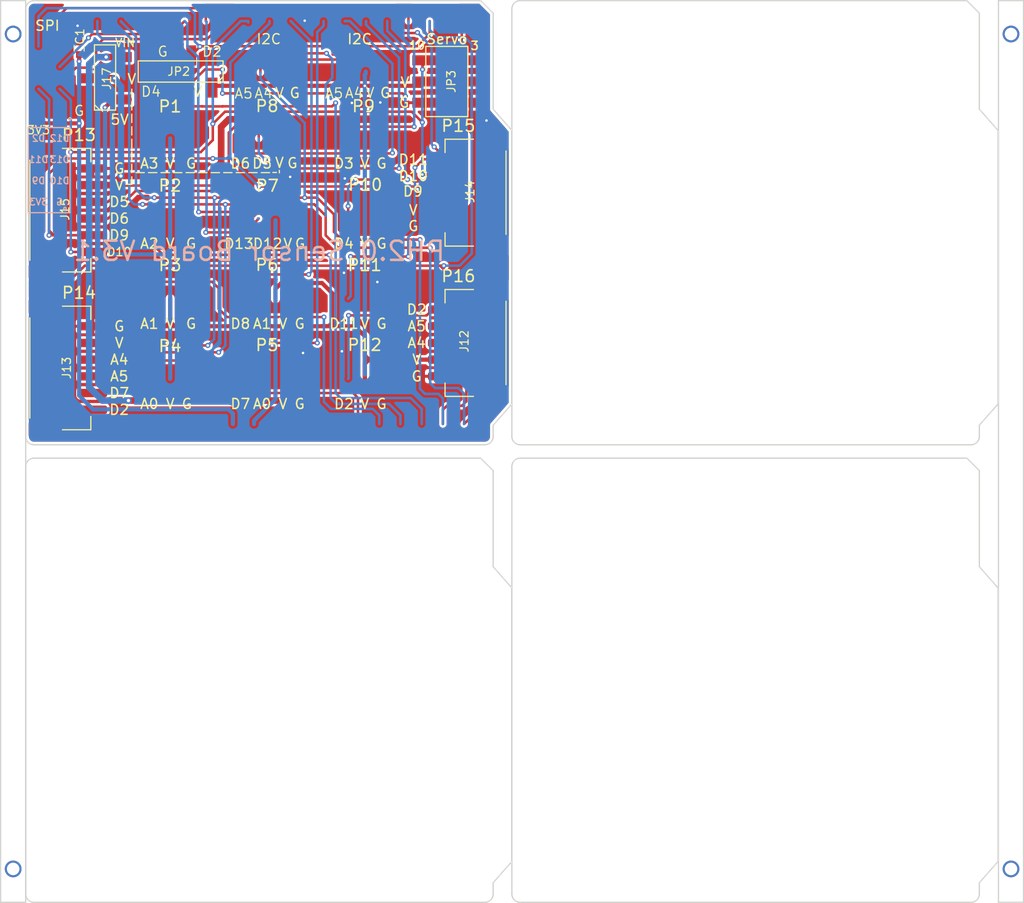
<source format=kicad_pcb>
(kicad_pcb (version 20171130) (host pcbnew "(5.1.9)-1")
  (layers (0 F.Cu signal) (31 B.Cu signal) (34 B.Paste user) (35 F.Paste user) (36 B.SilkS user) (37 F.SilkS user) (38 B.Mask user) (39 F.Mask user) (44 Edge.Cuts user))
  (net 0 "")
  (net 1 +5V)
  (net 2 GND)
  (net 3 +3V3)
  (net 4 /D2)
  (net 5 /D4)
  (net 6 /D8)
  (net 7 /D7)
  (net 8 /SDA)
  (net 9 /SCL)
  (net 10 /D5)
  (net 11 /D6)
  (net 12 /D3)
  (net 13 /A1)
  (net 14 /A0)
  (net 15 /A2)
  (net 16 /A3)
  (net 17 /D12)
  (net 18 /D10)
  (net 19 /D13)
  (net 20 /D11)
  (net 21 /D9)
  (net 22 VSS)
  (net 23 VIN)
  (module SMD:SMD_3x2P_2.54mm (layer F.Cu) (at 115.584 58.686 270)
    (fp_text reference JP3 (at 0 -0.508 90) (layer F.SilkS))
    (fp_text value Servo*2)
    (pad 4 smd rect (at 2.54 -2.79 270) (size 1.2 3.12) (layers F.Cu F.Paste F.Mask) (net 2 GND))
    (pad 3 smd rect (at 2.54 2.6 270) (size 1.2 3.12) (layers F.Cu F.Paste F.Mask) (net 2 GND))
    (pad 5 smd rect (at 0 -2.79 270) (size 1.2 3.12) (layers F.Cu F.Paste F.Mask) (net 1 +5V))
    (pad 6 smd rect (at -2.54 -2.79 270) (size 1.2 3.12) (layers F.Cu F.Paste F.Mask) (net 12 /D3))
    (pad 1 smd rect (at -2.54 2.6 270) (size 1.2 3.12) (layers F.Cu F.Paste F.Mask) (net 18 /D10))
    (pad 2 smd rect (at 0 2.6 270) (size 1.2 3.12) (layers F.Cu F.Paste F.Mask) (net 1 +5V))
  )
  (module SMD:SMD-5P钢网 (layer F.Cu) (at 118.15 90 270)
    (fp_text reference J12 (at -0.2 0.5 90) (layer F.SilkS))
    (fp_text value Edge_Con5)
    (pad 4 smd roundrect (at 2 3.1 270) (size 1 3.5) (layers F.Cu F.Paste F.Mask) (net 1 +5V))
    (pad 3 smd roundrect (at 0 3.1 270) (size 1 3.5) (layers F.Cu F.Paste F.Mask) (net 8 /SDA))
    (pad 2 smd roundrect (at -2.01 3.1 270) (size 1 3.5) (layers F.Cu F.Paste F.Mask) (net 9 /SCL))
    (pad 6 smd rect (at 6.35 -2.95 270) (size 1.5 3.4) (layers F.Cu F.Paste F.Mask))
    (pad 7 smd rect (at -6.35 -2.95 270) (size 1.5 3.4) (layers F.Cu F.Paste F.Mask))
    (pad 5 smd roundrect (at 3.99 3.1 270) (size 1 3.5) (layers F.Cu F.Paste F.Mask) (net 2 GND))
    (pad 1 smd roundrect (at -4 3.09 270) (size 1 3.5) (layers F.Cu F.Paste F.Mask) (net 4 /D2))
  )
  (module SMD:SMD-5P钢网 (layer F.Cu) (at 118.15 72 270)
    (fp_text reference J14 (at -0.1 -0.2 90) (layer F.SilkS))
    (fp_text value Edge_Con5)
    (pad 4 smd roundrect (at 2 3.1 270) (size 1 3.5) (layers F.Cu F.Paste F.Mask) (net 1 +5V))
    (pad 3 smd roundrect (at 0 3.1 270) (size 1 3.5) (layers F.Cu F.Paste F.Mask) (net 21 /D9))
    (pad 2 smd roundrect (at -2.01 3.1 270) (size 1 3.5) (layers F.Cu F.Paste F.Mask) (net 18 /D10))
    (pad 6 smd rect (at 6.35 -2.95 270) (size 1.5 3.4) (layers F.Cu F.Paste F.Mask))
    (pad 7 smd rect (at -6.35 -2.95 270) (size 1.5 3.4) (layers F.Cu F.Paste F.Mask))
    (pad 5 smd roundrect (at 3.99 3.1 270) (size 1 3.5) (layers F.Cu F.Paste F.Mask) (net 2 GND))
    (pad 1 smd roundrect (at -4 3.09 270) (size 1 3.5) (layers F.Cu F.Paste F.Mask) (net 20 /D11))
  )
  (module SMD:SMD-6P钢网 (layer F.Cu) (at 70.15 93 90)
    (fp_text reference J13 (at 0 -0.1 90) (layer F.SilkS))
    (fp_text value Edge_Con6)
    (pad 4 smd roundrect (at 1 3.05 90) (size 1 3.4) (layers F.Cu F.Paste F.Mask) (net 8 /SDA))
    (pad 3 smd roundrect (at -1 3.05 90) (size 1 3.4) (layers F.Cu F.Paste F.Mask) (net 9 /SCL))
    (pad 2 smd roundrect (at -3 3.05 90) (size 1 3.4) (layers F.Cu F.Paste F.Mask) (net 7 /D7))
    (pad 7 smd rect (at 7.35 -2.95 90) (size 1.5 3.4) (layers F.Cu F.Paste F.Mask))
    (pad 8 smd rect (at -7.35 -2.95 90) (size 1.5 3.4) (layers F.Cu F.Paste F.Mask))
    (pad 5 smd roundrect (at 3 3.05 90) (size 1 3.4) (layers F.Cu F.Paste F.Mask) (net 1 +5V))
    (pad 1 smd roundrect (at -5 3.05 90) (size 1 3.4) (layers F.Cu F.Paste F.Mask) (net 4 /D2))
    (pad 6 smd roundrect (at 5 3.05 90) (size 1 3.4) (layers F.Cu F.Paste F.Mask) (net 2 GND))
  )
  (module SMD:SMD-Horizontal-PH2.00mm-6P (layer F.Cu) (at 70.15 74.1 90)
    (fp_text reference J15 (at 0.1 -0.3 90) (layer F.SilkS))
    (fp_text value Edge_Con6)
    (pad 6 smd roundrect (at 5 3.05 90) (size 1 3.4) (layers F.Cu F.Paste F.Mask) (net 2 GND))
    (pad 1 smd roundrect (at -5 3.05 90) (size 1 3.4) (layers F.Cu F.Paste F.Mask) (net 18 /D10))
    (pad 5 smd roundrect (at 3 3.05 90) (size 1 3.4) (layers F.Cu F.Paste F.Mask) (net 22 VSS))
    (pad 8 smd rect (at -7.35 -2.95 90) (size 1.5 3.4) (layers F.Cu F.Paste F.Mask))
    (pad 7 smd rect (at 7.35 -2.95 90) (size 1.5 3.4) (layers F.Cu F.Paste F.Mask))
    (pad 2 smd roundrect (at -3 3.05 90) (size 1 3.4) (layers F.Cu F.Paste F.Mask) (net 21 /D9))
    (pad 3 smd roundrect (at -1 3.05 90) (size 1 3.4) (layers F.Cu F.Paste F.Mask) (net 11 /D6))
    (pad 4 smd roundrect (at 1 3.05 90) (size 1 3.4) (layers F.Cu F.Paste F.Mask) (net 10 /D5))
  )
  (module SMD:SMD-2.54mm-Pitch-4P (layer F.Cu) (at 83.7 57.49 180)
    (fp_text reference JP2 (at 0.23 0 180) (layer F.SilkS))
    (fp_text value Ultrasoud)
    (pad 3 smd rect (at 1.27 -1.93 180) (size 1.2 2.4) (layers F.Cu F.Paste F.Mask) (net 5 /D4))
    (pad 2 smd rect (at -1.27 1.93 180) (size 1.2 2.4) (layers F.Cu F.Paste F.Mask) (net 4 /D2))
    (pad 1 smd rect (at -3.81 -1.93 180) (size 1.2 2.4) (layers F.Cu F.Paste F.Mask) (net 1 +5V))
    (pad 4 smd rect (at 3.81 1.93 180) (size 1.2 2.4) (layers F.Cu F.Paste F.Mask) (net 2 GND))
  )
  (module SMD:SMD-2.54mm-Pitch-3P (layer F.Cu) (at 74.65 58.3 90)
    (fp_text reference J17 (at -0.05 0.2 270) (layer F.SilkS))
    (fp_text value JACK_CAP)
    (pad 3 smd rect (at 2.54 2 90) (size 1.2 2.4) (layers F.Cu F.Paste F.Mask) (net 23 VIN))
    (pad 2 smd rect (at 0 -2 90) (size 1.2 2.4) (layers F.Cu F.Paste F.Mask) (net 22 VSS))
    (pad 1 smd rect (at -2.54 2 90) (size 1.2 2.4) (layers F.Cu F.Paste F.Mask) (net 1 +5V))
  )
  (module MECHAICAL:65mHold (layer F.Cu) (at 183.1 61)
    (fp_text reference REF** hide)
    (fp_text value 65mHold)
    (pad "" np_thru_hole circle (at 0 0) (size 1.65 1.65) (drill 1.65) (layers *.Cu *.Mask))
  )
  (module MECHAICAL:Hole-3x4mm (layer F.Cu) (at 183.1 53)
    (fp_text reference REF** hide)
    (fp_text value Hole-3x4mm)
    (pad "" thru_hole circle (at 0 0) (size 2 2) (drill 1.5) (layers *.Cu *.Mask))
  )
  (module MECHAICAL:65mHold (layer F.Cu) (at 183.1 145 180)
    (fp_text reference REF** hide)
    (fp_text value 65mHold)
    (pad "" np_thru_hole circle (at 0 0 180) (size 1.65 1.65) (drill 1.65) (layers *.Cu *.Mask))
  )
  (module MECHAICAL:Hole-3x4mm (layer F.Cu) (at 183.1 153 180)
    (fp_text reference REF** hide)
    (fp_text value Hole-3x4mm)
    (pad "" thru_hole circle (at 0 0 180) (size 2 2) (drill 1.5) (layers *.Cu *.Mask))
  )
  (module MECHAICAL:65mHold (layer F.Cu) (at 63.65 145 180)
    (fp_text reference REF** hide)
    (fp_text value 65mHold)
    (pad "" np_thru_hole circle (at 0 0 180) (size 1.65 1.65) (drill 1.65) (layers *.Cu *.Mask))
  )
  (module MECHAICAL:Hole-3x4mm (layer F.Cu) (at 63.65 153 180)
    (fp_text reference REF** hide)
    (fp_text value Hole-3x4mm)
    (pad "" thru_hole circle (at 0 0 180) (size 2 2) (drill 1.5) (layers *.Cu *.Mask))
  )
  (module MECHAICAL:65mHold (layer F.Cu) (at 63.65 61)
    (fp_text reference REF** hide)
    (fp_text value 65mHold)
    (pad "" np_thru_hole circle (at 0 0) (size 1.65 1.65) (drill 1.65) (layers *.Cu *.Mask))
  )
  (module MECHAICAL:Hole-3x4mm (layer F.Cu) (at 63.65 53)
    (fp_text reference REF** hide)
    (fp_text value Hole-3x4mm)
    (pad "" thru_hole circle (at 0 0) (size 2 2) (drill 1.5) (layers *.Cu *.Mask))
  )
  (module SMD:C_0603 (layer F.Cu) (at 71.55 54.7 90)
    (fp_text reference C1 (at 1.4 0.1 90) (layer F.SilkS))
    (fp_text value 10uF)
    (pad 1 smd rect (at -0.75 0 90) (size 0.8 0.75) (layers F.Cu F.Paste F.Mask) (net 3 +3V3))
    (pad 2 smd rect (at 0.75 0 90) (size 0.8 0.75) (layers F.Cu F.Paste F.Mask) (net 2 GND))
  )
  (gr_line (start 65.15 157) (end 62.15 157) (layer Edge.Cuts) (width 0.15))
  (gr_line (start 181.6 157) (end 184.6 157) (layer Edge.Cuts) (width 0.15))
  (gr_line (start 181.6 49) (end 181.6 157) (layer Edge.Cuts) (width 0.15))
  (gr_line (start 181.6 64.55) (end 181.6 97.31) (angle 90) (layer Edge.Cuts) (width 0.15))
  (gr_line (start 124.35 49) (end 177.81 49) (angle 90) (layer Edge.Cuts) (width 0.15))
  (gr_line (start 177.81 49) (end 179.31 50.5) (angle 90) (layer Edge.Cuts) (width 0.15))
  (gr_line (start 179.31 50.5) (end 179.31 62) (angle 90) (layer Edge.Cuts) (width 0.15))
  (gr_line (start 179.31 62) (end 181.55 64.55) (angle 90) (layer Edge.Cuts) (width 0.15))
  (gr_arc (start 124.35 101.2) (end 124.35 102.2) (angle 90) (layer Edge.Cuts) (width 0.15))
  (gr_line (start 123.35 101.2) (end 123.35 50) (angle 90) (layer Edge.Cuts) (width 0.15))
  (gr_line (start 178.31 102.2) (end 124.35 102.2) (angle 90) (layer Edge.Cuts) (width 0.15))
  (gr_line (start 179.31 99.85) (end 181.55 97.31) (angle 90) (layer Edge.Cuts) (width 0.15))
  (gr_line (start 179.31 101.2) (end 179.31 99.85) (angle 90) (layer Edge.Cuts) (width 0.15))
  (gr_arc (start 178.31 101.2) (end 179.31 101.2) (angle 90) (layer Edge.Cuts) (width 0.15))
  (gr_line (start 124.35 103.8) (end 177.81 103.8) (angle 90) (layer Edge.Cuts) (width 0.15))
  (gr_line (start 177.81 103.8) (end 179.31 105.3) (angle 90) (layer Edge.Cuts) (width 0.15))
  (gr_line (start 179.31 105.3) (end 179.31 116.8) (angle 90) (layer Edge.Cuts) (width 0.15))
  (gr_line (start 179.31 116.8) (end 181.55 119.35) (angle 90) (layer Edge.Cuts) (width 0.15))
  (gr_line (start 123.35 156) (end 123.35 104.8) (angle 90) (layer Edge.Cuts) (width 0.15))
  (gr_arc (start 124.35 104.8) (end 123.35 104.8) (angle 90) (layer Edge.Cuts) (width 0.15))
  (gr_line (start 178.31 157) (end 124.35 157) (angle 90) (layer Edge.Cuts) (width 0.15))
  (gr_arc (start 124.35 156) (end 124.35 157) (angle 90) (layer Edge.Cuts) (width 0.15))
  (gr_arc (start 124.35 50) (end 123.35 50) (angle 90) (layer Edge.Cuts) (width 0.15))
  (gr_line (start 123.35 64.55) (end 123.35 97.31) (angle 90) (layer Edge.Cuts) (width 0.15))
  (gr_text V (at 85.75 59.9) (layer F.SilkS) (effects (font (size 1.2 1.2))))
  (gr_text D4 (at 80.15 59.9) (layer F.SilkS) (effects (font (size 1.2 1.2))))
  (gr_text D2 (at 87.45 55.1) (layer F.SilkS) (effects (font (size 1.2 1.2))))
  (gr_text G (at 81.55 55.1) (layer F.SilkS) (effects (font (size 1.2 1.2))))
  (gr_text A5 (at 91.24 60.12) (layer F.SilkS) (effects (font (size 1.2 1.2))))
  (gr_text A4 (at 93.63 60.08) (layer F.SilkS) (effects (font (size 1.2 1.2))))
  (gr_text V (at 95.55 60.05) (layer F.SilkS) (effects (font (size 1.2 1.2))))
  (gr_text G (at 97.36 60.06) (layer F.SilkS) (effects (font (size 1.2 1.2) (thickness 0.18))))
  (gr_text A5 (at 102.07 60.11) (layer F.SilkS) (effects (font (size 1.2 1.2))))
  (gr_text A4 (at 104.46 60.07) (layer F.SilkS) (effects (font (size 1.2 1.2))))
  (gr_text V (at 106.38 60.04) (layer F.SilkS) (effects (font (size 1.2 1.2))))
  (gr_line (start 94.74 69.58) (end 95.17 69.58) (layer F.SilkS) (width 0.15))
  (gr_text G (at 108.19 60.05) (layer F.SilkS) (effects (font (size 1.2 1.2) (thickness 0.18))))
  (gr_line (start 95.52 69.33) (end 95.52 69.63) (layer F.SilkS) (width 0.15))
  (gr_line (start 94.35 69.6) (end 93.35 69.6) (layer F.SilkS) (width 0.15))
  (gr_line (start 92.85 69.6) (end 91.85 69.6) (layer F.SilkS) (width 0.15))
  (gr_line (start 77.15 71) (end 77.85 71) (layer F.SilkS) (width 0.15))
  (gr_line (start 181.55 64.55) (end 181.55 97.31) (angle 90) (layer Edge.Cuts) (width 0.15))
  (gr_line (start 120.11 157) (end 66.15 157) (angle 90) (layer Edge.Cuts) (width 0.15))
  (gr_line (start 123.35 119.35) (end 123.35 152.11) (angle 90) (layer Edge.Cuts) (width 0.15))
  (gr_line (start 65.15 156) (end 65.15 104.8) (angle 90) (layer Edge.Cuts) (width 0.15))
  (gr_line (start 66.15 103.8) (end 119.61 103.8) (angle 90) (layer Edge.Cuts) (width 0.15))
  (gr_line (start 121.11 116.8) (end 123.35 119.35) (angle 90) (layer Edge.Cuts) (width 0.15))
  (gr_line (start 119.61 103.8) (end 121.11 105.3) (angle 90) (layer Edge.Cuts) (width 0.15))
  (gr_arc (start 66.15 104.8) (end 65.15 104.8) (angle 90) (layer Edge.Cuts) (width 0.15))
  (gr_arc (start 66.15 156) (end 66.15 157) (angle 90) (layer Edge.Cuts) (width 0.15))
  (gr_line (start 121.11 105.3) (end 121.11 116.8) (angle 90) (layer Edge.Cuts) (width 0.15))
  (gr_line (start 121.11 154.65) (end 123.35 152.11) (angle 90) (layer Edge.Cuts) (width 0.15))
  (gr_arc (start 120.11 156) (end 121.11 156) (angle 90) (layer Edge.Cuts) (width 0.15))
  (gr_line (start 121.11 156) (end 121.11 154.65) (angle 90) (layer Edge.Cuts) (width 0.15))
  (gr_line (start 181.55 119.35) (end 181.55 152.11) (angle 90) (layer Edge.Cuts) (width 0.15))
  (gr_line (start 179.31 154.65) (end 181.55 152.11) (angle 90) (layer Edge.Cuts) (width 0.15))
  (gr_arc (start 178.31 156) (end 179.31 156) (angle 90) (layer Edge.Cuts) (width 0.15))
  (gr_line (start 179.31 156) (end 179.31 154.65) (angle 90) (layer Edge.Cuts) (width 0.15))
  (gr_line (start 184.6 157) (end 184.6 49) (layer Edge.Cuts) (width 0.15))
  (gr_line (start 184.6 49) (end 181.6 49) (layer Edge.Cuts) (width 0.15))
  (gr_line (start 62.15 49) (end 62.15 157) (layer Edge.Cuts) (width 0.15))
  (gr_line (start 65.15 157) (end 65.15 49) (layer Edge.Cuts) (width 0.15))
  (gr_line (start 65.15 49) (end 62.15 49) (layer Edge.Cuts) (width 0.15))
  (gr_text Servo (at 115.584 53.606) (layer F.SilkS) (effects (font (size 1.2 1.2) (thickness 0.18))))
  (gr_text " I2C" (at 104.662 53.606) (layer F.SilkS) (effects (font (size 1.2 1.2) (thickness 0.18))))
  (gr_text I2C (at 94.248 53.606) (layer F.SilkS) (effects (font (size 1.2 1.2) (thickness 0.16))))
  (gr_line (start 90.35 69.6) (end 91.35 69.6) (layer F.SilkS) (width 0.15))
  (gr_line (start 87.35 69.6) (end 88.35 69.6) (layer F.SilkS) (width 0.15))
  (gr_line (start 88.85 69.6) (end 89.85 69.6) (layer F.SilkS) (width 0.15))
  (gr_line (start 85.85 69.6) (end 86.85 69.6) (layer F.SilkS) (width 0.15))
  (gr_line (start 82.85 69.6) (end 83.85 69.6) (layer F.SilkS) (width 0.15))
  (gr_line (start 84.35 69.6) (end 85.35 69.6) (layer F.SilkS) (width 0.15))
  (gr_line (start 78.35 69.6) (end 79.35 69.6) (layer F.SilkS) (width 0.15))
  (gr_line (start 79.85 69.6) (end 80.85 69.6) (layer F.SilkS) (width 0.15))
  (gr_line (start 81.35 69.6) (end 82.35 69.6) (layer F.SilkS) (width 0.15))
  (gr_line (start 77.85 65.6) (end 77.85 66.6) (layer F.SilkS) (width 0.15))
  (gr_line (start 77.85 59.6) (end 77.85 60.6) (layer F.SilkS) (width 0.15))
  (gr_line (start 77.85 61.1) (end 77.85 62.1) (layer F.SilkS) (width 0.15))
  (gr_line (start 77.85 62.6) (end 77.85 63.6) (layer F.SilkS) (width 0.15))
  (gr_line (start 77.85 64.1) (end 77.85 65.1) (layer F.SilkS) (width 0.15))
  (gr_line (start 77.85 67.1) (end 77.85 68.1) (layer F.SilkS) (width 0.15))
  (gr_line (start 77.85 68.6) (end 77.85 69.6) (layer F.SilkS) (width 0.15))
  (gr_line (start 77.85 70.1) (end 77.85 71) (layer F.SilkS) (width 0.15))
  (gr_text 10 (at 112 54.35) (layer F.SilkS) (effects (font (size 1 1) (thickness 0.16))))
  (gr_text V (at 110.55 58.8) (layer F.SilkS) (effects (font (size 1.2 1.2) (thickness 0.18))))
  (gr_text G (at 110.45 61.2) (layer F.SilkS) (effects (font (size 1.2 1.2) (thickness 0.18))))
  (gr_text "PH2.0 Sensor Board V3.1" (at 93.11 79) (layer B.SilkS) (effects (font (size 2.3 2.3) (thickness 0.3)) (justify mirror)))
  (gr_text 3V3 (at 66.68 64.5) (layer F.SilkS) (effects (font (size 1 1))))
  (gr_text G (at 71.55 62.2) (layer F.SilkS) (effects (font (size 1.2 1.2))))
  (gr_circle (center 69.85 73.9) (end 69.95 74) (layer B.SilkS) (width 0.15))
  (gr_circle (center 70.45 63.158579) (end 70.55 63.258579) (layer B.SilkS) (width 0.15))
  (gr_text G (at 69.22 73.11) (layer B.SilkS) (effects (font (size 0.8 0.8)) (justify mirror)))
  (gr_text 3V3 (at 66.68 73.11) (layer B.SilkS) (effects (font (size 0.8 0.8)) (justify mirror)))
  (gr_text D10 (at 69.22 70.57) (layer B.SilkS) (effects (font (size 0.8 0.8)) (justify mirror)))
  (gr_text D9 (at 66.68 70.57) (layer B.SilkS) (effects (font (size 0.8 0.8)) (justify mirror)))
  (gr_text D13 (at 69.22 68.03) (layer B.SilkS) (effects (font (size 0.8 0.8)) (justify mirror)))
  (gr_text D11 (at 66.68 68.03) (layer B.SilkS) (effects (font (size 0.8 0.8)) (justify mirror)))
  (gr_text D12 (at 69.22 65.49) (layer B.SilkS) (effects (font (size 0.8 0.8)) (justify mirror)))
  (gr_text D2 (at 66.68 65.49) (layer B.SilkS) (effects (font (size 0.8 0.8)) (justify mirror)))
  (gr_line (start 70.45 74.4) (end 65.45 74.4) (layer B.SilkS) (width 0.15))
  (gr_line (start 70.45 64.2) (end 70.45 74.4) (layer B.SilkS) (width 0.15))
  (gr_line (start 65.45 64.2) (end 70.45 64.2) (layer B.SilkS) (width 0.15))
  (gr_line (start 65.45 74.4) (end 65.45 64.2) (layer B.SilkS) (width 0.15))
  (gr_text SPI (at 67.75 52) (layer F.SilkS) (effects (font (size 1.2 1.2) (thickness 0.18))))
  (gr_text D5 (at 93.45 68.5) (layer F.SilkS) (effects (font (size 1.2 1.2) (thickness 0.18))))
  (gr_text V (at 95.53 68.42) (layer F.SilkS) (effects (font (size 1.2 1.2) (thickness 0.18))))
  (gr_text G (at 97.08 68.46) (layer F.SilkS) (effects (font (size 1.2 1.2) (thickness 0.18))))
  (gr_text D6 (at 90.85 68.5) (layer F.SilkS) (effects (font (size 1.2 1.2) (thickness 0.18))))
  (gr_text 3 (at 118.9 54.4) (layer F.SilkS) (effects (font (size 1 1) (thickness 0.18))))
  (gr_text D11 (at 111.55 68.05) (layer F.SilkS) (effects (font (size 1.2 1.2) (thickness 0.18))))
  (gr_text D10 (at 111.55 70) (layer F.SilkS) (effects (font (size 1.2 1.2) (thickness 0.18))))
  (gr_text D9 (at 111.5 71.85) (layer F.SilkS) (effects (font (size 1.2 1.2) (thickness 0.18))))
  (gr_text V (at 111.55 74.1) (layer F.SilkS) (effects (font (size 1.2 1.2) (thickness 0.18))))
  (gr_text G (at 111.55 76) (layer F.SilkS) (effects (font (size 1.2 1.2) (thickness 0.18))))
  (gr_text G (at 111.95 94) (layer F.SilkS) (effects (font (size 1.2 1.2) (thickness 0.18))))
  (gr_text V (at 111.95 92) (layer F.SilkS) (effects (font (size 1.2 1.2) (thickness 0.18))))
  (gr_text A4 (at 111.95 90) (layer F.SilkS) (effects (font (size 1.2 1.2) (thickness 0.18))))
  (gr_text A5 (at 111.95 88) (layer F.SilkS) (effects (font (size 1.2 1.2) (thickness 0.18))))
  (gr_text D2 (at 111.95 86) (layer F.SilkS) (effects (font (size 1.2 1.2) (thickness 0.18))))
  (gr_text D10 (at 76.35 79.1) (layer F.SilkS) (effects (font (size 1 1) (thickness 0.16))))
  (gr_text D6 (at 76.35 75.1) (layer F.SilkS) (effects (font (size 1.2 1.2) (thickness 0.18))))
  (gr_text D9 (at 76.35 77.1) (layer F.SilkS) (effects (font (size 1.2 1.2) (thickness 0.18))))
  (gr_text D5 (at 76.35 73.1) (layer F.SilkS) (effects (font (size 1.2 1.2) (thickness 0.18))))
  (gr_text V (at 76.35 71.1) (layer F.SilkS) (effects (font (size 1.2 1.2) (thickness 0.18))))
  (gr_text G (at 76.35 69.1) (layer F.SilkS) (effects (font (size 1.2 1.2) (thickness 0.18))))
  (gr_text D2 (at 76.35 98) (layer F.SilkS) (effects (font (size 1.2 1.2) (thickness 0.18))))
  (gr_text D7 (at 76.35 96) (layer F.SilkS) (effects (font (size 1.2 1.2) (thickness 0.18))))
  (gr_text A5 (at 76.35 94) (layer F.SilkS) (effects (font (size 1.2 1.2) (thickness 0.18))))
  (gr_text A4 (at 76.35 92) (layer F.SilkS) (effects (font (size 1.2 1.2) (thickness 0.18))))
  (gr_text V (at 76.35 90) (layer F.SilkS) (effects (font (size 1.2 1.2) (thickness 0.18))))
  (gr_text G (at 76.35 88) (layer F.SilkS) (effects (font (size 1.2 1.2) (thickness 0.18))))
  (gr_text D13 (at 90.68 78.12) (layer F.SilkS) (effects (font (size 1.2 1.2) (thickness 0.18))))
  (gr_text G (at 98 78.12) (layer F.SilkS) (effects (font (size 1.2 1.2) (thickness 0.18))))
  (gr_text V (at 96.52 78.13) (layer F.SilkS) (effects (font (size 1.2 1.2) (thickness 0.18))))
  (gr_text D12 (at 94.11 78.12) (layer F.SilkS) (effects (font (size 1.2 1.2) (thickness 0.18))))
  (gr_text D7 (at 90.85 97.3) (layer F.SilkS) (effects (font (size 1.2 1.2) (thickness 0.18))))
  (gr_text G (at 97.95 97.3) (layer F.SilkS) (effects (font (size 1.2 1.2) (thickness 0.18))))
  (gr_text V (at 95.95 97.3) (layer F.SilkS) (effects (font (size 1.2 1.2) (thickness 0.18))))
  (gr_text A0 (at 93.45 97.3) (layer F.SilkS) (effects (font (size 1.2 1.2) (thickness 0.18))))
  (gr_text G (at 97.95 87.7) (layer F.SilkS) (effects (font (size 1.2 1.2) (thickness 0.18))))
  (gr_text D8 (at 90.85 87.7) (layer F.SilkS) (effects (font (size 1.2 1.2) (thickness 0.18))))
  (gr_text A1 (at 93.45 87.7) (layer F.SilkS) (effects (font (size 1.2 1.2) (thickness 0.18))))
  (gr_text V (at 95.95 87.7) (layer F.SilkS) (effects (font (size 1.2 1.2) (thickness 0.18))))
  (gr_text VIN (at 77.05 54.05) (layer F.SilkS) (effects (font (size 1 1))))
  (gr_text V (at 77.85 58.4) (layer F.SilkS) (effects (font (size 1.2 1.2) (thickness 0.18))))
  (gr_text 5V (at 76.4 63.25) (layer F.SilkS) (effects (font (size 1.2 1.2) (thickness 0.18))))
  (gr_text A3 (at 79.95 68.5) (layer F.SilkS) (effects (font (size 1.2 1.2) (thickness 0.18))))
  (gr_text V (at 82.45 68.5) (layer F.SilkS) (effects (font (size 1.2 1.2) (thickness 0.18))))
  (gr_text G (at 84.95 68.5) (layer F.SilkS) (effects (font (size 1.2 1.2) (thickness 0.18))))
  (gr_text A2 (at 79.95 78.1) (layer F.SilkS) (effects (font (size 1.2 1.2) (thickness 0.18))))
  (gr_text V (at 82.45 78.1) (layer F.SilkS) (effects (font (size 1.2 1.2) (thickness 0.18))))
  (gr_text G (at 84.95 78.1) (layer F.SilkS) (effects (font (size 1.2 1.2) (thickness 0.18))))
  (gr_text A1 (at 79.95 87.7) (layer F.SilkS) (effects (font (size 1.2 1.2) (thickness 0.18))))
  (gr_text V (at 82.45 87.7) (layer F.SilkS) (effects (font (size 1.2 1.2) (thickness 0.18))))
  (gr_text G (at 84.95 87.7) (layer F.SilkS) (effects (font (size 1.2 1.2) (thickness 0.18))))
  (gr_text G (at 84.45 97.3) (layer F.SilkS) (effects (font (size 1.2 1.2) (thickness 0.18))))
  (gr_text V (at 82.45 97.3) (layer F.SilkS) (effects (font (size 1.2 1.2) (thickness 0.18))))
  (gr_text A0 (at 79.95 97.3) (layer F.SilkS) (effects (font (size 1.2 1.2) (thickness 0.18))))
  (gr_text D2 (at 103.25 97.3) (layer F.SilkS) (effects (font (size 1.2 1.2) (thickness 0.18))))
  (gr_text V (at 105.75 97.3) (layer F.SilkS) (effects (font (size 1.2 1.2) (thickness 0.18))))
  (gr_text G (at 107.75 97.3) (layer F.SilkS) (effects (font (size 1.2 1.2) (thickness 0.18))))
  (gr_text D11 (at 103.25 87.7) (layer F.SilkS) (effects (font (size 1.2 1.2) (thickness 0.18))))
  (gr_text V (at 105.75 87.7) (layer F.SilkS) (effects (font (size 1.2 1.2) (thickness 0.18))))
  (gr_text G (at 107.75 87.7) (layer F.SilkS) (effects (font (size 1.2 1.2) (thickness 0.18))))
  (gr_text D4 (at 103.25 78.1) (layer F.SilkS) (effects (font (size 1.2 1.2) (thickness 0.18))))
  (gr_text V (at 105.75 78.1) (layer F.SilkS) (effects (font (size 1.2 1.2) (thickness 0.18))))
  (gr_text G (at 107.75 78.1) (layer F.SilkS) (effects (font (size 1.2 1.2) (thickness 0.18))))
  (gr_text D3 (at 103.25 68.5) (layer F.SilkS) (effects (font (size 1.2 1.2) (thickness 0.18))))
  (gr_text V (at 105.75 68.5) (layer F.SilkS) (effects (font (size 1.2 1.2) (thickness 0.18))))
  (gr_text G (at 107.75 68.5) (layer F.SilkS) (effects (font (size 1.2 1.2) (thickness 0.18))))
  (gr_text P16 (at 116.95 82) (layer F.SilkS) (effects (font (size 1.4 1.4) (thickness 0.2))))
  (gr_text P15 (at 116.95 64) (layer F.SilkS) (effects (font (size 1.4 1.4) (thickness 0.2))))
  (gr_text P14 (at 71.530952 84) (layer F.SilkS) (effects (font (size 1.4 1.4) (thickness 0.2))))
  (gr_text P13 (at 71.530952 65.1) (layer F.SilkS) (effects (font (size 1.4 1.4) (thickness 0.2))))
  (gr_text P4 (at 82.43 90.38) (layer F.SilkS) (effects (font (size 1.4 1.4) (thickness 0.2))))
  (gr_text P3 (at 82.43 80.68) (layer F.SilkS) (effects (font (size 1.4 1.4) (thickness 0.2))))
  (gr_text "P2\n" (at 82.43 71.16) (layer F.SilkS) (effects (font (size 1.4 1.4) (thickness 0.2))))
  (gr_text P1 (at 82.43 61.68) (layer F.SilkS) (effects (font (size 1.4 1.4) (thickness 0.2))))
  (gr_text P5 (at 94.04 90.26) (layer F.SilkS) (effects (font (size 1.4 1.4) (thickness 0.2))))
  (gr_text P6 (at 94.04 80.66) (layer F.SilkS) (effects (font (size 1.4 1.4) (thickness 0.2))))
  (gr_text "P7\n" (at 94.08 71.18) (layer F.SilkS) (effects (font (size 1.4 1.4) (thickness 0.2))))
  (gr_text P8 (at 94.05 61.63) (layer F.SilkS) (effects (font (size 1.4 1.4) (thickness 0.2))))
  (gr_text P12 (at 105.73 90.24) (layer F.SilkS) (effects (font (size 1.4 1.4) (thickness 0.2))))
  (gr_text P11 (at 105.73 80.68) (layer F.SilkS) (effects (font (size 1.4 1.4) (thickness 0.2))))
  (gr_text P10 (at 105.8 71.06) (layer F.SilkS) (effects (font (size 1.4 1.4) (thickness 0.2))))
  (gr_text P9 (at 105.59 61.65) (layer F.SilkS) (effects (font (size 1.4 1.4) (thickness 0.2))))
  (gr_line (start 120.11 102.2) (end 66.15 102.2) (angle 90) (layer Edge.Cuts) (width 0.15))
  (gr_line (start 65.15 101.2) (end 65.15 50) (angle 90) (layer Edge.Cuts) (width 0.15))
  (gr_line (start 66.15 49) (end 119.61 49) (angle 90) (layer Edge.Cuts) (width 0.15))
  (gr_line (start 121.11 62) (end 123.35 64.55) (angle 90) (layer Edge.Cuts) (width 0.15))
  (gr_line (start 119.61 49) (end 121.11 50.5) (angle 90) (layer Edge.Cuts) (width 0.15))
  (gr_arc (start 66.15 50) (end 65.15 50) (angle 90) (layer Edge.Cuts) (width 0.15))
  (gr_arc (start 66.15 101.2) (end 66.15 102.2) (angle 90) (layer Edge.Cuts) (width 0.15))
  (gr_line (start 121.11 50.5) (end 121.11 62) (angle 90) (layer Edge.Cuts) (width 0.15))
  (gr_line (start 121.11 99.85) (end 123.35 97.31) (angle 90) (layer Edge.Cuts) (width 0.15))
  (gr_arc (start 120.11 101.2) (end 121.11 101.2) (angle 90) (layer Edge.Cuts) (width 0.15))
  (gr_line (start 121.11 101.2) (end 121.11 99.85) (angle 90) (layer Edge.Cuts) (width 0.15))
  (segment (start 94.55 88) (end 93.45 88) (width 0.5) (layer F.Cu) (net 1))
  (segment (start 94.55 88) (end 92.45 88) (width 0.5) (layer F.Cu) (net 1))
  (segment (start 92.45 88) (end 92.65 88) (width 0.5) (layer F.Cu) (net 1))
  (segment (start 92.45 88) (end 83.15 88) (width 0.5) (layer F.Cu) (net 1))
  (segment (start 82.45 79.3) (end 82.35 79.4) (width 0.5) (layer B.Cu) (net 1))
  (segment (start 82.45 80) (end 81.85 79.4) (width 0.5) (layer B.Cu) (net 1))
  (segment (start 82.45 80.5) (end 82.45 80) (width 0.5) (layer B.Cu) (net 1))
  (segment (start 82.45 80.5) (end 82.45 79.3) (width 0.5) (layer B.Cu) (net 1))
  (segment (start 82.35 79.4) (end 81.85 79.4) (width 0.5) (layer B.Cu) (net 1))
  (segment (start 82.45 78.8) (end 81.85 79.4) (width 0.5) (layer B.Cu) (net 1))
  (segment (start 82.45 78.7) (end 82.45 78.8) (width 0.5) (layer B.Cu) (net 1))
  (segment (start 82.45 79.3) (end 82.45 78.7) (width 0.5) (layer B.Cu) (net 1))
  (segment (start 81.85 79.4) (end 75.55 79.4) (width 0.5) (layer B.Cu) (net 1))
  (segment (start 75.55 79.4) (end 74.65 78.5) (width 0.5) (layer B.Cu) (net 1))
  (segment (start 82.45 80.5) (end 82.45 94.3) (width 0.5) (layer B.Cu) (net 1))
  (segment (start 82.45 66.348528) (end 82.45 78.7) (width 0.5) (layer B.Cu) (net 1))
  (segment (start 82.45 65.5) (end 82.45 66.348528) (width 0.5) (layer B.Cu) (net 1))
  (segment (start 82.45 87.3) (end 82.45 84.7) (width 0.5) (layer F.Cu) (net 1))
  (segment (start 104.55 88) (end 105.75 89.2) (width 0.5) (layer F.Cu) (net 1))
  (segment (start 113.1 92) (end 115.2 92) (width 0.5) (layer F.Cu) (net 1))
  (segment (start 105.75 94.3) (end 105.75 92.5) (width 0.5) (layer F.Cu) (net 1))
  (segment (start 106.25 92) (end 113.1 92) (width 0.5) (layer F.Cu) (net 1))
  (segment (start 105.75 92.5) (end 106.25 92) (width 0.5) (layer F.Cu) (net 1))
  (segment (start 105.75 91.5) (end 106.25 92) (width 0.5) (layer F.Cu) (net 1))
  (segment (start 105.75 89.2) (end 105.75 90.75) (width 0.5) (layer F.Cu) (net 1))
  (segment (start 105.75 90.75) (end 105.75 91.5) (width 0.5) (layer F.Cu) (net 1))
  (segment (start 105.75 90.75) (end 105.75 94.3) (width 0.5) (layer F.Cu) (net 1))
  (segment (start 92.49 99.31) (end 92.49 99.71) (width 0.5) (layer B.Cu) (net 1))
  (segment (start 95.05 94.3) (end 95.05 96.75) (width 0.5) (layer B.Cu) (net 1))
  (segment (start 95.05 96.75) (end 92.49 99.31) (width 0.5) (layer B.Cu) (net 1))
  (segment (start 95.05 94.3) (end 95.05 75.30001) (width 0.5) (layer B.Cu) (net 1))
  (segment (start 75.2 90) (end 73.1 90) (width 0.5) (layer F.Cu) (net 1))
  (segment (start 77.2 88) (end 75.2 90) (width 0.5) (layer F.Cu) (net 1))
  (segment (start 83.15 88) (end 81.075 88) (width 0.5) (layer F.Cu) (net 1))
  (segment (start 81.075 88) (end 77.2 88) (width 0.5) (layer F.Cu) (net 1))
  (segment (start 82.45 87.475) (end 82.45 87.3) (width 0.5) (layer F.Cu) (net 1))
  (segment (start 83.15 88) (end 82.975 88) (width 0.5) (layer F.Cu) (net 1))
  (segment (start 82.975 88) (end 82.45 87.475) (width 0.5) (layer F.Cu) (net 1))
  (segment (start 81.925 88) (end 82.45 87.475) (width 0.5) (layer F.Cu) (net 1))
  (segment (start 81.075 88) (end 81.925 88) (width 0.5) (layer F.Cu) (net 1))
  (segment (start 103.025 88) (end 104.55 88) (width 0.5) (layer F.Cu) (net 1))
  (segment (start 102.275 88) (end 103.025 88) (width 0.5) (layer F.Cu) (net 1))
  (segment (start 101.85 87.575) (end 102.275 88) (width 0.5) (layer F.Cu) (net 1))
  (segment (start 95.05 83.525) (end 95.75 82.825) (width 0.5) (layer F.Cu) (net 1))
  (segment (start 95.05 84.7) (end 95.05 83.525) (width 0.5) (layer F.Cu) (net 1))
  (segment (start 95.75 82.825) (end 100.625 82.825) (width 0.5) (layer F.Cu) (net 1))
  (segment (start 100.625 82.825) (end 101.85 84.05) (width 0.5) (layer F.Cu) (net 1))
  (segment (start 101.85 84.05) (end 101.85 87.575) (width 0.5) (layer F.Cu) (net 1))
  (segment (start 101.425 88) (end 101.85 87.575) (width 0.5) (layer F.Cu) (net 1))
  (segment (start 100.6 88) (end 101.425 88) (width 0.5) (layer F.Cu) (net 1))
  (segment (start 94.55 88) (end 100.6 88) (width 0.5) (layer F.Cu) (net 1))
  (segment (start 100.6 88) (end 103.025 88) (width 0.5) (layer F.Cu) (net 1))
  (segment (start 75.61 60.84) (end 74.65 61.8) (width 0.5) (layer F.Cu) (net 1))
  (via (at 74.65 61.8) (size 0.6) (drill 0.3) (layers F.Cu B.Cu) (net 1))
  (segment (start 76.65 60.84) (end 75.61 60.84) (width 0.3) (layer F.Cu) (net 1))
  (segment (start 74.65 78.5) (end 74.65 61.8) (width 0.5) (layer B.Cu) (net 1))
  (segment (start 114.41 58.6) (end 115.67 58.6) (width 0.3) (layer F.Cu) (net 1))
  (segment (start 105.75 93.8) (end 105.75 59.21) (width 0.5) (layer B.Cu) (net 1))
  (segment (start 105.75 59.21) (end 105.75 59.2) (width 0.5) (layer B.Cu) (net 1))
  (via (at 105.75 59.21) (size 0.6) (drill 0.3) (layers F.Cu B.Cu) (net 1))
  (segment (start 106.33 59.23) (end 106.3 59.26) (width 0.3) (layer F.Cu) (net 1))
  (segment (start 100.72 59.2) (end 101.68 59.2) (width 0.5) (layer F.Cu) (net 1))
  (segment (start 100.25 59.2) (end 100.72 59.2) (width 0.5) (layer F.Cu) (net 1))
  (segment (start 101.68 59.2) (end 101.92 59.2) (width 0.5) (layer F.Cu) (net 1))
  (segment (start 114.41 58.6) (end 112.99 58.6) (width 0.5) (layer F.Cu) (net 1))
  (segment (start 112.99 58.6) (end 112.39 59.2) (width 0.5) (layer F.Cu) (net 1))
  (segment (start 95.25 58.99) (end 95.46 59.2) (width 0.3) (layer F.Cu) (net 1))
  (segment (start 95.22 58.5) (end 94.52 59.2) (width 0.4) (layer F.Cu) (net 1))
  (segment (start 95.25 58.5) (end 95.22 58.5) (width 0.3) (layer F.Cu) (net 1))
  (segment (start 94.52 59.2) (end 95.46 59.2) (width 0.5) (layer F.Cu) (net 1))
  (segment (start 95.25 57.6) (end 95.25 58.5) (width 0.5) (layer F.Cu) (net 1))
  (segment (start 95.25 58.5) (end 95.25 58.99) (width 0.5) (layer F.Cu) (net 1))
  (segment (start 95.25 58.5) (end 95.3 58.5) (width 0.3) (layer F.Cu) (net 1))
  (segment (start 96 59.2) (end 100.25 59.2) (width 0.5) (layer F.Cu) (net 1))
  (segment (start 95.3 58.5) (end 96 59.2) (width 0.4) (layer F.Cu) (net 1))
  (segment (start 95.46 59.2) (end 96 59.2) (width 0.5) (layer F.Cu) (net 1))
  (segment (start 101.92 59.2) (end 105.17 59.2) (width 0.5) (layer F.Cu) (net 1))
  (segment (start 106.35 59.2) (end 112.39 59.2) (width 0.5) (layer F.Cu) (net 1))
  (segment (start 105.17 59.2) (end 106.35 59.2) (width 0.5) (layer F.Cu) (net 1))
  (segment (start 105.75 57.85) (end 105.75 59.21) (width 0.5) (layer B.Cu) (net 1))
  (segment (start 115.904 58.62) (end 115.71 58.814) (width 0.5) (layer F.Cu) (net 1))
  (segment (start 115.11 58.71) (end 115.65 59.25) (width 0.4) (layer F.Cu) (net 1))
  (segment (start 115.17 58.62) (end 115.17 58.82) (width 0.3) (layer F.Cu) (net 1))
  (segment (start 115.71 58.814) (end 115.71 59.36) (width 0.5) (layer F.Cu) (net 1))
  (segment (start 114.19 58.62) (end 115.17 58.62) (width 0.5) (layer F.Cu) (net 1))
  (segment (start 115.71 59.36) (end 115.76 59.36) (width 0.3) (layer F.Cu) (net 1))
  (segment (start 116.87 74) (end 115.2 74) (width 0.5) (layer F.Cu) (net 1))
  (segment (start 117.86 73.01) (end 116.87 74) (width 0.5) (layer F.Cu) (net 1))
  (segment (start 117.86 65.21) (end 117.86 73.01) (width 0.5) (layer F.Cu) (net 1))
  (segment (start 115.71 63.06) (end 117.86 65.21) (width 0.5) (layer F.Cu) (net 1))
  (segment (start 115.71 59.36) (end 115.71 63.06) (width 0.5) (layer F.Cu) (net 1))
  (segment (start 105.85 57.75) (end 105.75 57.85) (width 0.5) (layer B.Cu) (net 1))
  (segment (start 105.85 57.5) (end 105.85 57.75) (width 0.5) (layer B.Cu) (net 1))
  (segment (start 87.73 59.2) (end 87.51 59.42) (width 0.5) (layer F.Cu) (net 1))
  (segment (start 94.52 59.2) (end 87.73 59.2) (width 0.5) (layer F.Cu) (net 1))
  (via (at 98.35 91.2) (size 0.6) (drill 0.3) (layers F.Cu B.Cu) (net 2))
  (via (at 71.36 52.01) (size 0.6) (drill 0.3) (layers F.Cu B.Cu) (net 2))
  (via (at 107.25 82.7) (size 0.6) (drill 0.3) (layers F.Cu B.Cu) (net 2))
  (via (at 98.55 51.4) (size 0.6) (drill 0.3) (layers F.Cu B.Cu) (net 2))
  (via (at 107.6 61.2) (size 0.6) (drill 0.3) (layers F.Cu B.Cu) (net 2))
  (via (at 96.81 70.11) (size 0.6) (drill 0.3) (layers F.Cu B.Cu) (net 2))
  (via (at 103.35 70.3) (size 0.6) (drill 0.3) (layers F.Cu B.Cu) (net 2))
  (via (at 103.25 81.6) (size 0.6) (drill 0.3) (layers F.Cu B.Cu) (net 2))
  (via (at 120.31 63.36) (size 0.6) (drill 0.3) (layers F.Cu B.Cu) (net 2))
  (via (at 104.2 61.25) (size 0.6) (drill 0.3) (layers F.Cu B.Cu) (net 2))
  (via (at 103 91) (size 0.6) (drill 0.3) (layers F.Cu B.Cu) (net 2))
  (segment (start 89.95 99.71) (end 89.95 98.46) (width 0.5) (layer B.Cu) (net 3))
  (segment (start 89.95 98.46) (end 89.440002 97.950002) (width 0.5) (layer B.Cu) (net 3))
  (segment (start 71.55 96.3) (end 71.55 56.704254) (width 0.5) (layer B.Cu) (net 3))
  (segment (start 73.200002 97.950002) (end 71.55 96.3) (width 0.5) (layer B.Cu) (net 3))
  (via (at 71.55 56.27999) (size 0.6) (drill 0.3) (layers F.Cu B.Cu) (net 3))
  (segment (start 71.55 56.704254) (end 71.55 56.27999) (width 0.5) (layer B.Cu) (net 3))
  (segment (start 89.440002 97.950002) (end 73.200002 97.950002) (width 0.5) (layer B.Cu) (net 3))
  (segment (start 71.55 55.45) (end 71.55 56.27999) (width 0.5) (layer F.Cu) (net 3))
  (via (at 71.55 63.7) (size 0.6) (drill 0.3) (layers F.Cu B.Cu) (net 3))
  (segment (start 67.45 63.7) (end 71.55 63.7) (width 0.5) (layer F.Cu) (net 3))
  (segment (start 66.68 62.11) (end 66.68 62.93) (width 0.5) (layer F.Cu) (net 3))
  (segment (start 66.68 62.93) (end 67.45 63.7) (width 0.5) (layer F.Cu) (net 3))
  (via (at 115.2 80.75) (size 0.6) (drill 0.3) (layers F.Cu B.Cu) (net 4))
  (segment (start 117.1 80.75) (end 115.2 80.75) (width 0.3) (layer B.Cu) (net 4))
  (segment (start 118.55 79.3) (end 117.1 80.75) (width 0.3) (layer B.Cu) (net 4))
  (segment (start 113.51 52.5) (end 114.41 53.4) (width 0.3) (layer B.Cu) (net 4))
  (segment (start 113.51 51.45) (end 113.51 52.5) (width 0.3) (layer B.Cu) (net 4))
  (segment (start 117.75 53.4) (end 118.55 54.2) (width 0.3) (layer B.Cu) (net 4))
  (segment (start 114.41 53.4) (end 117.75 53.4) (width 0.3) (layer B.Cu) (net 4))
  (segment (start 118.55 54.2) (end 118.55 79.3) (width 0.3) (layer B.Cu) (net 4))
  (segment (start 115.2 81.2) (end 114.75 80.75) (width 0.3) (layer F.Cu) (net 4))
  (segment (start 115.2 81.9) (end 115.2 86) (width 0.3) (layer F.Cu) (net 4))
  (segment (start 115.2 81.9) (end 115.2 81.2) (width 0.3) (layer F.Cu) (net 4))
  (segment (start 115.2 80.75) (end 115.2 81.9) (width 0.3) (layer F.Cu) (net 4))
  (segment (start 114.75 80.75) (end 115.2 80.75) (width 0.3) (layer F.Cu) (net 4))
  (segment (start 70.375 97.175) (end 71.2 98) (width 0.3) (layer F.Cu) (net 4))
  (segment (start 71.2 98) (end 73.1 98) (width 0.3) (layer F.Cu) (net 4))
  (segment (start 114.75 80.75) (end 72.225 80.75) (width 0.3) (layer F.Cu) (net 4))
  (segment (start 70.375 82.6) (end 70.375 97.175) (width 0.3) (layer F.Cu) (net 4))
  (segment (start 72.225 80.75) (end 70.375 82.6) (width 0.3) (layer F.Cu) (net 4))
  (segment (start 84.68 49.9) (end 85.404662 50.624662) (width 0.3) (layer B.Cu) (net 4))
  (segment (start 66.68 50.87) (end 66.68 54.49) (width 0.3) (layer B.Cu) (net 4))
  (via (at 86 54.5) (size 0.6) (drill 0.3) (layers F.Cu B.Cu) (net 4))
  (segment (start 84.68 49.9) (end 67.65 49.9) (width 0.3) (layer B.Cu) (net 4))
  (segment (start 67.65 49.9) (end 66.68 50.87) (width 0.3) (layer B.Cu) (net 4))
  (segment (start 86.07 54.46) (end 84.97 55.56) (width 0.3) (layer F.Cu) (net 4))
  (segment (start 112.01 54.46) (end 86.07 54.46) (width 0.3) (layer F.Cu) (net 4))
  (segment (start 113.51 52.96) (end 112.01 54.46) (width 0.3) (layer F.Cu) (net 4))
  (segment (start 113.51 51.45) (end 113.51 52.96) (width 0.3) (layer F.Cu) (net 4))
  (segment (start 85.404662 50.624662) (end 85.404662 53.904662) (width 0.3) (layer B.Cu) (net 4))
  (segment (start 85.404662 53.904662) (end 86 54.5) (width 0.3) (layer B.Cu) (net 4))
  (segment (start 115.2 86) (end 113.85 86) (width 0.3) (layer F.Cu) (net 4))
  (via (at 103.8 86.7) (size 0.6) (drill 0.3) (layers F.Cu B.Cu) (net 4))
  (segment (start 113.15 86.7) (end 103.8 86.7) (width 0.3) (layer F.Cu) (net 4))
  (segment (start 113.85 86) (end 113.15 86.7) (width 0.3) (layer F.Cu) (net 4))
  (segment (start 103.8 94.25) (end 103.75 94.3) (width 0.3) (layer B.Cu) (net 4))
  (segment (start 103.8 86.7) (end 103.8 94.25) (width 0.3) (layer B.Cu) (net 4))
  (via (at 110.6 60.45) (size 0.6) (drill 0.3) (layers F.Cu B.Cu) (net 5))
  (via (at 110.86 70.43) (size 0.6) (drill 0.3) (layers F.Cu B.Cu) (net 5))
  (segment (start 104.63 70.43) (end 104.63 70.43) (width 0.3) (layer F.Cu) (net 5))
  (segment (start 103.75 71.31) (end 104.63 70.43) (width 0.3) (layer B.Cu) (net 5))
  (segment (start 103.75 75.1) (end 103.75 73.62) (width 0.3) (layer F.Cu) (net 5))
  (segment (start 104.63 70.43) (end 110.86 70.43) (width 0.3) (layer F.Cu) (net 5))
  (via (at 104.63 70.43) (size 0.6) (drill 0.3) (layers F.Cu B.Cu) (net 5))
  (segment (start 103.75 73.62) (end 103.75 71.31) (width 0.3) (layer B.Cu) (net 5))
  (via (at 103.75 73.62) (size 0.6) (drill 0.3) (layers F.Cu B.Cu) (net 5))
  (segment (start 110.6 70.17) (end 110.86 70.43) (width 0.3) (layer B.Cu) (net 5))
  (segment (start 110.6 54.8) (end 110.6 70.17) (width 0.3) (layer B.Cu) (net 5))
  (segment (start 108.43 52.63) (end 110.6 54.8) (width 0.3) (layer B.Cu) (net 5))
  (segment (start 108.43 51.45) (end 108.43 52.63) (width 0.3) (layer B.Cu) (net 5))
  (segment (start 82.43 59.42) (end 84.43 59.42) (width 0.3) (layer F.Cu) (net 5))
  (segment (start 84.43 59.42) (end 86.6 57.25) (width 0.3) (layer F.Cu) (net 5))
  (via (at 88.7 57.25) (size 0.6) (drill 0.3) (layers F.Cu B.Cu) (net 5))
  (segment (start 86.6 57.25) (end 88.7 57.25) (width 0.3) (layer F.Cu) (net 5))
  (via (at 88.710002 60.1) (size 0.6) (drill 0.3) (layers F.Cu B.Cu) (net 5))
  (segment (start 88.7 60.089998) (end 88.710002 60.1) (width 0.3) (layer B.Cu) (net 5))
  (segment (start 88.7 57.25) (end 88.7 60.089998) (width 0.3) (layer B.Cu) (net 5))
  (segment (start 88.720002 60.11) (end 88.710002 60.1) (width 0.3) (layer F.Cu) (net 5))
  (segment (start 110.26 60.11) (end 88.720002 60.11) (width 0.3) (layer F.Cu) (net 5))
  (segment (start 110.6 60.45) (end 110.26 60.11) (width 0.3) (layer F.Cu) (net 5))
  (via (at 99.025 81.8) (size 0.6) (drill 0.3) (layers F.Cu B.Cu) (net 6))
  (segment (start 98.600736 81.8) (end 99.025 81.8) (width 0.3) (layer F.Cu) (net 6))
  (segment (start 92 81.8) (end 98.600736 81.8) (width 0.3) (layer F.Cu) (net 6))
  (segment (start 91.05 84.7) (end 91.05 82.75) (width 0.3) (layer F.Cu) (net 6))
  (segment (start 91.05 82.75) (end 92 81.8) (width 0.3) (layer F.Cu) (net 6))
  (segment (start 99.324999 81.500001) (end 99.025 81.8) (width 0.3) (layer B.Cu) (net 6))
  (segment (start 99.360001 81.464999) (end 99.324999 81.500001) (width 0.3) (layer B.Cu) (net 6))
  (segment (start 99.360001 53.937001) (end 99.360001 81.464999) (width 0.3) (layer B.Cu) (net 6))
  (segment (start 96.873 51.45) (end 99.360001 53.937001) (width 0.3) (layer B.Cu) (net 6))
  (segment (start 73.1 96) (end 73.3 95.8) (width 0.5) (layer F.Cu) (net 7))
  (via (at 100.05 90) (size 0.6) (drill 0.3) (layers F.Cu B.Cu) (net 7))
  (segment (start 100.05 90) (end 91.75 90) (width 0.3) (layer F.Cu) (net 7))
  (segment (start 91.75 90) (end 91.05 90.7) (width 0.3) (layer F.Cu) (net 7))
  (segment (start 91.05 90.7) (end 91.05 91.45) (width 0.3) (layer F.Cu) (net 7))
  (segment (start 91.05 91.45) (end 91.05 94.3) (width 0.3) (layer F.Cu) (net 7))
  (segment (start 77.475 96) (end 73.1 96) (width 0.3) (layer F.Cu) (net 7))
  (segment (start 90.45 92.1) (end 79.2 92.1) (width 0.3) (layer F.Cu) (net 7))
  (segment (start 78.6 94.875) (end 77.475 96) (width 0.3) (layer F.Cu) (net 7))
  (segment (start 79.2 92.1) (end 78.6 92.7) (width 0.3) (layer F.Cu) (net 7))
  (segment (start 78.6 92.7) (end 78.6 94.875) (width 0.3) (layer F.Cu) (net 7))
  (segment (start 91.05 91.45) (end 91.05 91.5) (width 0.3) (layer F.Cu) (net 7))
  (segment (start 91.05 91.5) (end 91.05 91.9) (width 0.3) (layer F.Cu) (net 7))
  (segment (start 91.05 92.575) (end 91.05 92.9) (width 0.3) (layer F.Cu) (net 7))
  (segment (start 91.05 92.9) (end 91.05 94.3) (width 0.3) (layer F.Cu) (net 7))
  (segment (start 90.75 92.1) (end 90.45 92.1) (width 0.3) (layer F.Cu) (net 7))
  (segment (start 91.05 92.9) (end 91.05 92.4) (width 0.3) (layer F.Cu) (net 7))
  (segment (start 91.05 92.4) (end 90.75 92.1) (width 0.3) (layer F.Cu) (net 7))
  (segment (start 91.05 91.8) (end 91.05 91.5) (width 0.3) (layer F.Cu) (net 7))
  (segment (start 90.75 92.1) (end 91.05 91.8) (width 0.3) (layer F.Cu) (net 7))
  (segment (start 100.05 89.575736) (end 100.05 90) (width 0.3) (layer B.Cu) (net 7))
  (segment (start 100.05 52.77) (end 100.05 89.575736) (width 0.3) (layer B.Cu) (net 7))
  (segment (start 100.81 52.01) (end 100.05 52.77) (width 0.3) (layer B.Cu) (net 7))
  (segment (start 100.81 51.45) (end 100.81 52.01) (width 0.3) (layer B.Cu) (net 7))
  (via (at 80.55 72.6) (size 0.6) (drill 0.3) (layers F.Cu B.Cu) (net 8))
  (segment (start 79.35 72.6) (end 80.55 72.6) (width 0.3) (layer B.Cu) (net 8))
  (segment (start 78.35 71.6) (end 79.35 72.6) (width 0.3) (layer B.Cu) (net 8))
  (segment (start 78.35 53.3) (end 78.35 71.6) (width 0.3) (layer B.Cu) (net 8))
  (segment (start 76.553 51.45) (end 76.553 51.503) (width 0.3) (layer B.Cu) (net 8))
  (segment (start 76.553 51.503) (end 78.35 53.3) (width 0.3) (layer B.Cu) (net 8))
  (segment (start 117.1 90) (end 115.2 90) (width 0.3) (layer F.Cu) (net 8))
  (segment (start 117.9 90.8) (end 117.1 90) (width 0.3) (layer F.Cu) (net 8))
  (segment (start 115.09 98.01) (end 115.575 97.525) (width 0.3) (layer F.Cu) (net 8))
  (segment (start 115.09 99.71) (end 115.09 98.01) (width 0.3) (layer F.Cu) (net 8))
  (segment (start 115.575 97.525) (end 117.375 97.525) (width 0.3) (layer F.Cu) (net 8))
  (segment (start 117.9 97) (end 117.9 90.8) (width 0.3) (layer F.Cu) (net 8))
  (segment (start 117.375 97.525) (end 117.9 97) (width 0.3) (layer F.Cu) (net 8))
  (via (at 112.35 77.625) (size 0.6) (drill 0.3) (layers F.Cu B.Cu) (net 8))
  (segment (start 73.1 92) (end 74.35 92) (width 0.3) (layer F.Cu) (net 8))
  (segment (start 73.1 92) (end 76.125 92) (width 0.3) (layer F.Cu) (net 8))
  (segment (start 76.125 92) (end 77.825 90.3) (width 0.3) (layer F.Cu) (net 8))
  (segment (start 112.35 78.049264) (end 112.35 77.625) (width 0.3) (layer B.Cu) (net 8))
  (segment (start 115.09 96.64) (end 114.55 96.1) (width 0.3) (layer B.Cu) (net 8))
  (segment (start 115.09 99.71) (end 115.09 96.64) (width 0.3) (layer B.Cu) (net 8))
  (segment (start 114.55 96.1) (end 112.95 96.1) (width 0.3) (layer B.Cu) (net 8))
  (segment (start 112.95 96.1) (end 112.35 95.5) (width 0.3) (layer B.Cu) (net 8))
  (segment (start 112.35 95.5) (end 112.35 78.049264) (width 0.3) (layer B.Cu) (net 8))
  (segment (start 100.05 72.6) (end 102.05 74.6) (width 0.3) (layer F.Cu) (net 8))
  (segment (start 102.05 74.6) (end 102.05 76.7) (width 0.3) (layer F.Cu) (net 8))
  (segment (start 102.05 76.7) (end 102.975 77.625) (width 0.3) (layer F.Cu) (net 8))
  (segment (start 112.35 77.625) (end 102.975 77.625) (width 0.3) (layer F.Cu) (net 8))
  (via (at 98.55 72.6) (size 0.6) (drill 0.3) (layers F.Cu B.Cu) (net 8))
  (segment (start 98.55 72.6) (end 100.05 72.6) (width 0.3) (layer F.Cu) (net 8))
  (segment (start 80.974264 72.6) (end 80.55 72.6) (width 0.3) (layer F.Cu) (net 8))
  (segment (start 91.65 72.6) (end 89.95 72.6) (width 0.3) (layer F.Cu) (net 8))
  (segment (start 89.95 72.6) (end 87.77 72.6) (width 0.3) (layer F.Cu) (net 8))
  (segment (start 91.65 72.6) (end 98.55 72.6) (width 0.3) (layer F.Cu) (net 8))
  (segment (start 87.77 72.6) (end 80.974264 72.6) (width 0.3) (layer F.Cu) (net 8))
  (via (at 87.77 72.6) (size 0.6) (drill 0.3) (layers F.Cu B.Cu) (net 8))
  (via (at 86.95 90.3) (size 0.6) (drill 0.3) (layers F.Cu B.Cu) (net 8))
  (segment (start 77.825 90.3) (end 86.95 90.3) (width 0.3) (layer F.Cu) (net 8))
  (segment (start 98.55 63.65) (end 98.55 72.6) (width 0.3) (layer B.Cu) (net 8))
  (segment (start 93.25 58.35) (end 98.55 63.65) (width 0.3) (layer B.Cu) (net 8))
  (segment (start 93.25 57.6) (end 93.25 58.35) (width 0.3) (layer B.Cu) (net 8))
  (segment (start 87.71 89.54) (end 86.95 90.3) (width 0.3) (layer B.Cu) (net 8))
  (segment (start 87.71 72.66) (end 87.71 89.54) (width 0.3) (layer B.Cu) (net 8))
  (segment (start 87.77 72.6) (end 87.71 72.66) (width 0.3) (layer B.Cu) (net 8))
  (segment (start 103.85 56.7) (end 103.85 57.5) (width 0.3) (layer F.Cu) (net 8))
  (segment (start 103.21 56.06) (end 103.85 56.7) (width 0.3) (layer F.Cu) (net 8))
  (segment (start 94.36 56.06) (end 103.21 56.06) (width 0.3) (layer F.Cu) (net 8))
  (segment (start 93.25 57.17) (end 94.36 56.06) (width 0.3) (layer F.Cu) (net 8))
  (segment (start 93.25 57.6) (end 93.25 57.17) (width 0.3) (layer F.Cu) (net 8))
  (via (at 79.15 73.4) (size 0.6) (drill 0.3) (layers F.Cu B.Cu) (net 9))
  (segment (start 73.73 52.98) (end 73.73 51.45) (width 0.3) (layer B.Cu) (net 9))
  (segment (start 74.26 53.51) (end 73.73 52.98) (width 0.3) (layer B.Cu) (net 9))
  (segment (start 77.55 54.22) (end 76.84 53.51) (width 0.3) (layer B.Cu) (net 9))
  (segment (start 77.55 72.8) (end 77.55 54.22) (width 0.3) (layer B.Cu) (net 9))
  (segment (start 78.15 73.4) (end 77.55 72.8) (width 0.3) (layer B.Cu) (net 9))
  (segment (start 79.15 73.4) (end 78.15 73.4) (width 0.3) (layer B.Cu) (net 9))
  (segment (start 76.84 53.51) (end 74.26 53.51) (width 0.3) (layer B.Cu) (net 9))
  (segment (start 118.65 88.8) (end 117.85 88) (width 0.3) (layer F.Cu) (net 9))
  (segment (start 117.63 99.71) (end 118.65 98.69) (width 0.3) (layer F.Cu) (net 9))
  (segment (start 117.85 88) (end 115.2 88) (width 0.3) (layer F.Cu) (net 9))
  (segment (start 118.65 98.69) (end 118.65 88.8) (width 0.3) (layer F.Cu) (net 9))
  (via (at 113.575 78.6) (size 0.6) (drill 0.3) (layers F.Cu B.Cu) (net 9))
  (segment (start 77.625 93.15) (end 76.775 94) (width 0.3) (layer F.Cu) (net 9))
  (segment (start 76.775 94) (end 73.1 94) (width 0.3) (layer F.Cu) (net 9))
  (segment (start 77.625 91.95) (end 77.625 93.15) (width 0.3) (layer F.Cu) (net 9))
  (segment (start 78.450002 91.124998) (end 77.625 91.95) (width 0.3) (layer F.Cu) (net 9))
  (segment (start 113.575 79.024264) (end 113.575 78.6) (width 0.3) (layer B.Cu) (net 9))
  (segment (start 117.63 96.08) (end 116.95 95.4) (width 0.3) (layer B.Cu) (net 9))
  (segment (start 117.63 99.71) (end 117.63 96.08) (width 0.3) (layer B.Cu) (net 9))
  (segment (start 116.95 95.4) (end 114.15 95.4) (width 0.3) (layer B.Cu) (net 9))
  (segment (start 114.15 95.4) (end 113.575 94.825) (width 0.3) (layer B.Cu) (net 9))
  (segment (start 113.575 94.825) (end 113.575 79.024264) (width 0.3) (layer B.Cu) (net 9))
  (via (at 101.16 55.31) (size 0.6) (drill 0.3) (layers F.Cu B.Cu) (net 9))
  (segment (start 93.01 55.31) (end 101.16 55.31) (width 0.3) (layer F.Cu) (net 9))
  (segment (start 91.25 57.07) (end 93.01 55.31) (width 0.3) (layer F.Cu) (net 9))
  (segment (start 91.25 57.6) (end 91.25 57.07) (width 0.3) (layer F.Cu) (net 9))
  (segment (start 102.55 78.6) (end 113.575 78.6) (width 0.3) (layer F.Cu) (net 9))
  (segment (start 101.06 74.76) (end 101.06 77.11) (width 0.3) (layer F.Cu) (net 9))
  (segment (start 99.7 73.4) (end 101.06 74.76) (width 0.3) (layer F.Cu) (net 9))
  (segment (start 101.06 77.11) (end 102.55 78.6) (width 0.3) (layer F.Cu) (net 9))
  (segment (start 89.770001 73.410001) (end 89.780002 73.4) (width 0.3) (layer F.Cu) (net 9))
  (segment (start 89.780002 73.4) (end 99.7 73.4) (width 0.3) (layer F.Cu) (net 9))
  (segment (start 89.049999 73.410001) (end 89.770001 73.410001) (width 0.3) (layer F.Cu) (net 9))
  (segment (start 89.039998 73.4) (end 89.049999 73.410001) (width 0.3) (layer F.Cu) (net 9))
  (segment (start 79.15 73.4) (end 89.039998 73.4) (width 0.3) (layer F.Cu) (net 9))
  (segment (start 88.245002 91.124998) (end 78.450002 91.124998) (width 0.3) (layer F.Cu) (net 9))
  (via (at 88.245002 91.124998) (size 0.6) (drill 0.3) (layers F.Cu B.Cu) (net 9))
  (via (at 89.049999 73.410001) (size 0.6) (drill 0.3) (layers F.Cu B.Cu) (net 9))
  (segment (start 88.245002 91.124998) (end 89.049999 90.320001) (width 0.3) (layer B.Cu) (net 9))
  (segment (start 89.049999 90.320001) (end 89.049999 73.410001) (width 0.3) (layer B.Cu) (net 9))
  (segment (start 101.06 59.04) (end 101.06 74.76) (width 0.3) (layer B.Cu) (net 9))
  (segment (start 101.85 58.25) (end 101.06 59.04) (width 0.3) (layer B.Cu) (net 9))
  (segment (start 101.85 56) (end 101.85 58.25) (width 0.3) (layer B.Cu) (net 9))
  (segment (start 101.16 55.31) (end 101.85 56) (width 0.3) (layer B.Cu) (net 9))
  (via (at 109.85 69.1) (size 0.6) (drill 0.3) (layers F.Cu B.Cu) (net 10))
  (segment (start 93.05 67.26001) (end 93.84 68.05001) (width 0.3) (layer B.Cu) (net 10))
  (via (at 93.84 68.05001) (size 0.6) (drill 0.3) (layers F.Cu B.Cu) (net 10))
  (segment (start 93.05 65.5) (end 93.05 67.26001) (width 0.3) (layer B.Cu) (net 10))
  (segment (start 75 73.1) (end 73.1 73.1) (width 0.3) (layer F.Cu) (net 10))
  (segment (start 88.325 71.15) (end 76.95 71.15) (width 0.3) (layer F.Cu) (net 10))
  (segment (start 89.46 70.015) (end 88.325 71.15) (width 0.3) (layer F.Cu) (net 10))
  (segment (start 76.95 71.15) (end 75 73.1) (width 0.3) (layer F.Cu) (net 10))
  (segment (start 89.46 64.81) (end 89.46 70.015) (width 0.3) (layer F.Cu) (net 10))
  (segment (start 90.209989 64.060011) (end 89.46 64.81) (width 0.3) (layer F.Cu) (net 10))
  (segment (start 92.310011 64.060011) (end 90.209989 64.060011) (width 0.3) (layer F.Cu) (net 10))
  (segment (start 93.05 64.8) (end 92.310011 64.060011) (width 0.3) (layer F.Cu) (net 10))
  (segment (start 93.05 65.5) (end 93.05 64.8) (width 0.3) (layer F.Cu) (net 10))
  (segment (start 94.889986 69.099996) (end 93.84 68.05001) (width 0.3) (layer F.Cu) (net 10))
  (segment (start 109.85 69.099996) (end 94.889986 69.099996) (width 0.3) (layer F.Cu) (net 10))
  (segment (start 109.85 69.099996) (end 109.83 69.119996) (width 0.3) (layer B.Cu) (net 10))
  (segment (start 105.89 51.89) (end 105.89 51.45) (width 0.3) (layer B.Cu) (net 10))
  (segment (start 109.84 55.84) (end 105.89 51.89) (width 0.3) (layer B.Cu) (net 10))
  (segment (start 109.84 66.879998) (end 109.84 55.84) (width 0.3) (layer B.Cu) (net 10))
  (segment (start 109.850001 66.889999) (end 109.84 66.879998) (width 0.3) (layer B.Cu) (net 10))
  (segment (start 109.84 69.089996) (end 109.84 67.620002) (width 0.3) (layer B.Cu) (net 10))
  (segment (start 109.85 69.099996) (end 109.84 69.089996) (width 0.3) (layer B.Cu) (net 10))
  (segment (start 109.850001 67.610001) (end 109.84 67.620002) (width 0.3) (layer B.Cu) (net 10))
  (segment (start 109.850001 66.889999) (end 109.850001 67.610001) (width 0.3) (layer B.Cu) (net 10))
  (via (at 109.05 67.25) (size 0.6) (drill 0.3) (layers F.Cu B.Cu) (net 11))
  (segment (start 91.05 66.725) (end 91.05 65.5) (width 0.3) (layer F.Cu) (net 11))
  (segment (start 91.05 67) (end 91.05 66.725) (width 0.3) (layer F.Cu) (net 11))
  (segment (start 91.35 67.3) (end 91.05 67) (width 0.3) (layer F.Cu) (net 11))
  (segment (start 90.75 67.3) (end 91.05 67) (width 0.3) (layer F.Cu) (net 11))
  (segment (start 90.75 67.3) (end 91.35 67.3) (width 0.3) (layer F.Cu) (net 11))
  (segment (start 78.3 71.8) (end 75 75.1) (width 0.3) (layer F.Cu) (net 11))
  (segment (start 88.77 71.8) (end 78.3 71.8) (width 0.3) (layer F.Cu) (net 11))
  (segment (start 75 75.1) (end 73.1 75.1) (width 0.3) (layer F.Cu) (net 11))
  (segment (start 90.16 67.89) (end 90.16 70.41) (width 0.3) (layer F.Cu) (net 11))
  (segment (start 90.16 70.41) (end 88.77 71.8) (width 0.3) (layer F.Cu) (net 11))
  (segment (start 90.75 67.3) (end 90.16 67.89) (width 0.3) (layer F.Cu) (net 11))
  (segment (start 103.35 51.45) (end 103.6 51.45) (width 0.3) (layer B.Cu) (net 11))
  (segment (start 103.95 51.45) (end 109.05 56.55) (width 0.3) (layer B.Cu) (net 11))
  (segment (start 103.35 51.45) (end 103.95 51.45) (width 0.3) (layer B.Cu) (net 11))
  (segment (start 109.05 67.3) (end 109.1 67.25) (width 0.3) (layer F.Cu) (net 11))
  (segment (start 91.35 67.3) (end 109.05 67.3) (width 0.3) (layer F.Cu) (net 11))
  (segment (start 109.05 56.55) (end 109.05 67.25) (width 0.3) (layer B.Cu) (net 11))
  (segment (start 117.35 55.06) (end 118.35 56.06) (width 0.3) (layer F.Cu) (net 12))
  (segment (start 117.35 50.57) (end 117.35 55.06) (width 0.3) (layer F.Cu) (net 12))
  (segment (start 116.61 49.83) (end 117.35 50.57) (width 0.3) (layer F.Cu) (net 12))
  (segment (start 111.8 49.83) (end 116.61 49.83) (width 0.3) (layer F.Cu) (net 12))
  (segment (start 110.97 50.66) (end 111.8 49.83) (width 0.3) (layer F.Cu) (net 12))
  (segment (start 110.97 51.45) (end 110.97 50.66) (width 0.3) (layer F.Cu) (net 12))
  (via (at 111.65 64.1) (size 0.6) (drill 0.3) (layers F.Cu B.Cu) (net 12))
  (segment (start 104.25 64.1) (end 111.65 64.1) (width 0.3) (layer F.Cu) (net 12))
  (segment (start 103.75 64.6) (end 104.25 64.1) (width 0.3) (layer F.Cu) (net 12))
  (segment (start 103.75 65.5) (end 103.75 64.6) (width 0.3) (layer F.Cu) (net 12))
  (segment (start 111.650001 53.990001) (end 111.650001 64.099999) (width 0.3) (layer B.Cu) (net 12))
  (segment (start 110.96 53.3) (end 111.650001 53.990001) (width 0.3) (layer B.Cu) (net 12))
  (segment (start 111.650001 64.099999) (end 111.65 64.1) (width 0.3) (layer B.Cu) (net 12))
  (segment (start 110.96 52.51) (end 110.96 53.3) (width 0.3) (layer B.Cu) (net 12))
  (segment (start 110.97 52.5) (end 110.96 52.51) (width 0.3) (layer B.Cu) (net 12))
  (segment (start 110.97 51.45) (end 110.97 52.5) (width 0.3) (layer B.Cu) (net 12))
  (via (at 100.85 86.9) (size 0.6) (drill 0.3) (layers F.Cu B.Cu) (net 13))
  (segment (start 100.85 97.05) (end 100.85 86.9) (width 0.3) (layer B.Cu) (net 13))
  (segment (start 101.7 97.9) (end 100.85 97.05) (width 0.3) (layer B.Cu) (net 13))
  (segment (start 106.71 97.9) (end 101.7 97.9) (width 0.3) (layer B.Cu) (net 13))
  (segment (start 107.47 99.71) (end 107.47 98.66) (width 0.3) (layer B.Cu) (net 13))
  (segment (start 107.47 98.66) (end 106.71 97.9) (width 0.3) (layer B.Cu) (net 13))
  (segment (start 93.05 86.25) (end 93.05 84.7) (width 0.3) (layer F.Cu) (net 13))
  (segment (start 100.85 86.9) (end 93.825 86.9) (width 0.3) (layer F.Cu) (net 13))
  (segment (start 93.825 86.9) (end 92.35 86.9) (width 0.3) (layer F.Cu) (net 13))
  (segment (start 93.05 86.525) (end 93.05 86.25) (width 0.3) (layer F.Cu) (net 13))
  (segment (start 93.05 86.65) (end 93.05 86.525) (width 0.3) (layer F.Cu) (net 13))
  (segment (start 92.35 86.9) (end 92.8 86.9) (width 0.3) (layer F.Cu) (net 13))
  (segment (start 92.8 86.9) (end 93.05 86.65) (width 0.3) (layer F.Cu) (net 13))
  (segment (start 93.3 86.9) (end 93.05 86.65) (width 0.3) (layer F.Cu) (net 13))
  (segment (start 93.825 86.9) (end 93.3 86.9) (width 0.3) (layer F.Cu) (net 13))
  (segment (start 92.35 86.9) (end 89.25 86.9) (width 0.3) (layer F.Cu) (net 13))
  (segment (start 89.25 86.9) (end 88.25 85.9) (width 0.3) (layer F.Cu) (net 13))
  (segment (start 88.25 85.9) (end 88.25 83.45) (width 0.3) (layer F.Cu) (net 13))
  (segment (start 88.25 83.45) (end 87.475 82.675) (width 0.3) (layer F.Cu) (net 13))
  (segment (start 87.475 82.675) (end 80.85 82.675) (width 0.3) (layer F.Cu) (net 13))
  (segment (start 80.85 82.675) (end 80.45 83.075) (width 0.3) (layer F.Cu) (net 13))
  (segment (start 80.45 83.075) (end 80.45 84.7) (width 0.3) (layer F.Cu) (net 13))
  (segment (start 95.55 96) (end 95.15 96) (width 0.3) (layer F.Cu) (net 14))
  (segment (start 95.15 96) (end 94.45 96) (width 0.3) (layer F.Cu) (net 14))
  (segment (start 104.35 96) (end 95.55 96) (width 0.3) (layer F.Cu) (net 14))
  (segment (start 104.93 99.71) (end 104.93 96.58) (width 0.3) (layer F.Cu) (net 14))
  (segment (start 104.93 96.58) (end 104.35 96) (width 0.3) (layer F.Cu) (net 14))
  (segment (start 94.45 96) (end 94.05 96) (width 0.3) (layer F.Cu) (net 14))
  (segment (start 93.05 95.7) (end 93.05 94.3) (width 0.3) (layer F.Cu) (net 14))
  (segment (start 94.05 96) (end 93.35 96) (width 0.3) (layer F.Cu) (net 14))
  (segment (start 93.35 96) (end 93.05 95.7) (width 0.3) (layer F.Cu) (net 14))
  (segment (start 92.75 96) (end 93.05 95.7) (width 0.3) (layer F.Cu) (net 14))
  (segment (start 92.3 96) (end 92.75 96) (width 0.3) (layer F.Cu) (net 14))
  (segment (start 94.05 96) (end 92.3 96) (width 0.3) (layer F.Cu) (net 14))
  (segment (start 80.45 95.6) (end 80.45 94.3) (width 0.3) (layer F.Cu) (net 14))
  (segment (start 92.3 96) (end 80.85 96) (width 0.3) (layer F.Cu) (net 14))
  (segment (start 80.85 96) (end 80.45 95.6) (width 0.3) (layer F.Cu) (net 14))
  (via (at 101.49999 79.45001) (size 0.6) (drill 0.3) (layers F.Cu B.Cu) (net 15))
  (segment (start 101.65 79.60002) (end 101.49999 79.45001) (width 0.3) (layer B.Cu) (net 15))
  (segment (start 110.01 98.66) (end 108.65 97.3) (width 0.3) (layer B.Cu) (net 15))
  (segment (start 110.01 99.71) (end 110.01 98.66) (width 0.3) (layer B.Cu) (net 15))
  (segment (start 108.65 97.3) (end 102.35 97.3) (width 0.3) (layer B.Cu) (net 15))
  (segment (start 102.35 97.3) (end 101.65 96.6) (width 0.3) (layer B.Cu) (net 15))
  (segment (start 101.65 96.6) (end 101.65 79.60002) (width 0.3) (layer B.Cu) (net 15))
  (segment (start 86.22501 79.45001) (end 81.60001 79.45001) (width 0.3) (layer F.Cu) (net 15))
  (segment (start 86.22501 79.45001) (end 101.49999 79.45001) (width 0.3) (layer F.Cu) (net 15))
  (segment (start 80.45 76) (end 80.45 75.1) (width 0.3) (layer F.Cu) (net 15))
  (segment (start 80.45 78.3) (end 80.45 76) (width 0.3) (layer F.Cu) (net 15))
  (segment (start 81.60001 79.45001) (end 80.45 78.3) (width 0.3) (layer F.Cu) (net 15))
  (segment (start 102.25 61.674254) (end 102.25 61.24999) (width 0.3) (layer B.Cu) (net 16))
  (segment (start 102.25 96) (end 102.25 61.674254) (width 0.3) (layer B.Cu) (net 16))
  (segment (start 102.85 96.6) (end 102.25 96) (width 0.3) (layer B.Cu) (net 16))
  (segment (start 111.25 96.6) (end 102.85 96.6) (width 0.3) (layer B.Cu) (net 16))
  (segment (start 112.55 97.9) (end 111.25 96.6) (width 0.3) (layer B.Cu) (net 16))
  (segment (start 112.55 99.71) (end 112.55 97.9) (width 0.3) (layer B.Cu) (net 16))
  (via (at 102.25 61.24999) (size 0.6) (drill 0.3) (layers F.Cu B.Cu) (net 16))
  (segment (start 80.45 65.5) (end 80.45 64) (width 0.3) (layer F.Cu) (net 16))
  (segment (start 88.718533 61.670012) (end 88.728545 61.66) (width 0.3) (layer F.Cu) (net 16))
  (segment (start 80.45 64) (end 82.79 61.66) (width 0.3) (layer F.Cu) (net 16))
  (segment (start 86.291455 61.66) (end 86.301467 61.670012) (width 0.3) (layer F.Cu) (net 16))
  (segment (start 82.79 61.66) (end 86.291455 61.66) (width 0.3) (layer F.Cu) (net 16))
  (segment (start 101.83999 61.66) (end 101.950001 61.549989) (width 0.3) (layer F.Cu) (net 16))
  (segment (start 86.301467 61.670012) (end 88.718533 61.670012) (width 0.3) (layer F.Cu) (net 16))
  (segment (start 88.728545 61.66) (end 101.83999 61.66) (width 0.3) (layer F.Cu) (net 16))
  (segment (start 101.950001 61.549989) (end 102.25 61.24999) (width 0.3) (layer F.Cu) (net 16))
  (segment (start 69.22 54.49) (end 69.22 50.73) (width 0.3) (layer F.Cu) (net 17))
  (segment (start 69.22 50.73) (end 70.05 49.9) (width 0.3) (layer F.Cu) (net 17))
  (segment (start 86.713 50.4) (end 86.713 51.45) (width 0.3) (layer F.Cu) (net 17))
  (segment (start 86.213 49.9) (end 86.713 50.4) (width 0.3) (layer F.Cu) (net 17))
  (segment (start 70.05 49.9) (end 86.213 49.9) (width 0.3) (layer F.Cu) (net 17))
  (segment (start 92.95 75.1) (end 93.05 75.1) (width 0.3) (layer B.Cu) (net 17))
  (via (at 86.709996 76.76) (size 0.6) (drill 0.3) (layers F.Cu B.Cu) (net 17))
  (segment (start 93.05 75.1) (end 91.39 76.76) (width 0.3) (layer F.Cu) (net 17))
  (segment (start 91.39 76.76) (end 86.709996 76.76) (width 0.3) (layer F.Cu) (net 17))
  (segment (start 86.713 51.45) (end 86.8 51.537) (width 0.3) (layer B.Cu) (net 17))
  (segment (start 86.8 76.669996) (end 86.709996 76.76) (width 0.3) (layer B.Cu) (net 17))
  (segment (start 86.8 51.537) (end 86.8 76.669996) (width 0.3) (layer B.Cu) (net 17))
  (segment (start 70.55 60.9) (end 70.55 69) (width 0.3) (layer B.Cu) (net 18))
  (segment (start 69.22 59.57) (end 70.55 60.9) (width 0.3) (layer B.Cu) (net 18))
  (via (at 70.55 79.1) (size 0.6) (drill 0.3) (layers F.Cu B.Cu) (net 18))
  (segment (start 70.55 69) (end 70.55 79.1) (width 0.3) (layer B.Cu) (net 18))
  (segment (start 70.55 79.1) (end 73.1 79.1) (width 0.3) (layer F.Cu) (net 18))
  (segment (start 86.1 67.15) (end 70.55 67.15) (width 0.3) (layer F.Cu) (net 18))
  (via (at 70.55 67.15) (size 0.6) (drill 0.3) (layers F.Cu B.Cu) (net 18))
  (via (at 112.63 69.83) (size 0.6) (drill 0.3) (layers F.Cu B.Cu) (net 18))
  (segment (start 115.03 69.83) (end 115.2 70) (width 0.3) (layer F.Cu) (net 18))
  (segment (start 112.63 69.83) (end 115.03 69.83) (width 0.3) (layer F.Cu) (net 18))
  (segment (start 91.793 51.45) (end 91.793 51.627) (width 0.3) (layer B.Cu) (net 18))
  (segment (start 74.25 67.15) (end 85.675736 67.15) (width 0.3) (layer F.Cu) (net 18))
  (segment (start 85.675736 67.15) (end 86.1 67.15) (width 0.3) (layer F.Cu) (net 18))
  (segment (start 112.63 69.405736) (end 112.63 69.83) (width 0.3) (layer B.Cu) (net 18))
  (segment (start 112.63 63.58) (end 112.63 69.405736) (width 0.3) (layer B.Cu) (net 18))
  (via (at 112.63 63.58) (size 0.6) (drill 0.3) (layers F.Cu B.Cu) (net 18))
  (via (at 112.65 57.25) (size 0.6) (drill 0.3) (layers F.Cu B.Cu) (net 18))
  (segment (start 112.63 57.27) (end 112.65 57.25) (width 0.3) (layer B.Cu) (net 18))
  (segment (start 112.63 63.58) (end 112.63 57.27) (width 0.3) (layer B.Cu) (net 18))
  (segment (start 112.65 56.81) (end 113.314 56.146) (width 0.3) (layer F.Cu) (net 18))
  (segment (start 112.65 57.25) (end 112.65 56.81) (width 0.3) (layer F.Cu) (net 18))
  (segment (start 87.55001 65.69999) (end 87.55001 64.184264) (width 0.3) (layer F.Cu) (net 18))
  (segment (start 86.1 67.15) (end 87.55001 65.69999) (width 0.3) (layer F.Cu) (net 18))
  (segment (start 87.55001 64.184264) (end 87.55001 63.76) (width 0.3) (layer F.Cu) (net 18))
  (segment (start 112.63 63.58) (end 111.35 62.3) (width 0.3) (layer F.Cu) (net 18))
  (segment (start 111.35 62.3) (end 89.01001 62.3) (width 0.3) (layer F.Cu) (net 18))
  (via (at 87.55001 63.76) (size 0.6) (drill 0.3) (layers F.Cu B.Cu) (net 18))
  (segment (start 91.793 51.45) (end 90.893 51.45) (width 0.3) (layer B.Cu) (net 18))
  (segment (start 89.01001 62.3) (end 87.55001 63.76) (width 0.3) (layer F.Cu) (net 18))
  (segment (start 87.55001 54.79299) (end 87.55001 63.76) (width 0.3) (layer B.Cu) (net 18))
  (segment (start 90.893 51.45) (end 87.55001 54.79299) (width 0.3) (layer B.Cu) (net 18))
  (via (at 72.66 53.46) (size 0.6) (drill 0.3) (layers F.Cu B.Cu) (net 19))
  (segment (start 72.66 53.49) (end 72.66 53.46) (width 0.3) (layer B.Cu) (net 19))
  (segment (start 69.22 56.93) (end 72.66 53.49) (width 0.3) (layer B.Cu) (net 19))
  (via (at 85.86 74.31) (size 0.6) (drill 0.3) (layers F.Cu B.Cu) (net 19))
  (segment (start 90.26 74.31) (end 85.86 74.31) (width 0.3) (layer F.Cu) (net 19))
  (segment (start 91.05 75.1) (end 90.26 74.31) (width 0.3) (layer F.Cu) (net 19))
  (segment (start 85.81 55.76) (end 85.81 74.26) (width 0.3) (layer B.Cu) (net 19))
  (segment (start 84.51 54.46) (end 85.81 55.76) (width 0.3) (layer B.Cu) (net 19))
  (segment (start 84.51 51.787) (end 84.51 54.46) (width 0.3) (layer B.Cu) (net 19))
  (segment (start 85.81 74.26) (end 85.86 74.31) (width 0.3) (layer B.Cu) (net 19))
  (segment (start 84.173 51.45) (end 84.51 51.787) (width 0.3) (layer B.Cu) (net 19))
  (segment (start 73.12 53) (end 72.66 53.46) (width 0.3) (layer F.Cu) (net 19))
  (segment (start 82.623 53) (end 73.12 53) (width 0.3) (layer F.Cu) (net 19))
  (segment (start 84.173 51.45) (end 82.623 53) (width 0.3) (layer F.Cu) (net 19))
  (segment (start 89.253 51.45) (end 89.253 50.797) (width 0.3) (layer F.Cu) (net 20))
  (via (at 114.05 66.52) (size 0.6) (drill 0.3) (layers F.Cu B.Cu) (net 20))
  (segment (start 115.2 67.67) (end 114.05 66.52) (width 0.3) (layer F.Cu) (net 20))
  (segment (start 115.2 68) (end 115.2 67.67) (width 0.3) (layer F.Cu) (net 20))
  (segment (start 114.05 66.52) (end 113.750001 66.220001) (width 0.3) (layer B.Cu) (net 20))
  (via (at 112.05 52.83) (size 0.6) (drill 0.3) (layers F.Cu B.Cu) (net 20))
  (segment (start 113.750001 54.530001) (end 113.750001 54.639999) (width 0.3) (layer B.Cu) (net 20))
  (segment (start 112.05 52.83) (end 113.750001 54.530001) (width 0.3) (layer B.Cu) (net 20))
  (segment (start 113.750001 66.220001) (end 113.750001 54.639999) (width 0.3) (layer B.Cu) (net 20))
  (segment (start 109.71 50.58) (end 109.71 52.09) (width 0.3) (layer F.Cu) (net 20))
  (segment (start 108.92 49.79) (end 109.71 50.58) (width 0.3) (layer F.Cu) (net 20))
  (segment (start 89.253 51.157) (end 90.62 49.79) (width 0.3) (layer F.Cu) (net 20))
  (segment (start 90.62 49.79) (end 108.92 49.79) (width 0.3) (layer F.Cu) (net 20))
  (segment (start 89.253 51.45) (end 89.253 51.157) (width 0.3) (layer F.Cu) (net 20))
  (segment (start 110.4 52.88) (end 112 52.88) (width 0.3) (layer F.Cu) (net 20))
  (segment (start 112 52.88) (end 112.05 52.83) (width 0.3) (layer F.Cu) (net 20))
  (segment (start 109.71 52.19) (end 110.4 52.88) (width 0.3) (layer F.Cu) (net 20))
  (segment (start 109.71 52.09) (end 109.71 52.19) (width 0.3) (layer F.Cu) (net 20))
  (segment (start 86.86 53.61) (end 89.02 51.45) (width 0.3) (layer F.Cu) (net 20))
  (segment (start 74.42 53.61) (end 86.86 53.61) (width 0.3) (layer F.Cu) (net 20))
  (segment (start 89.02 51.45) (end 89.253 51.45) (width 0.3) (layer F.Cu) (net 20))
  (segment (start 73.59 54.44) (end 74.42 53.61) (width 0.3) (layer F.Cu) (net 20))
  (segment (start 72.690009 57.029991) (end 73.59 56.13) (width 0.3) (layer F.Cu) (net 20))
  (segment (start 71.189999 57.029991) (end 72.690009 57.029991) (width 0.3) (layer F.Cu) (net 20))
  (segment (start 70.01999 58.2) (end 71.189999 57.029991) (width 0.3) (layer F.Cu) (net 20))
  (segment (start 67.85 58.2) (end 70.01999 58.2) (width 0.3) (layer F.Cu) (net 20))
  (segment (start 73.59 56.13) (end 73.59 54.44) (width 0.3) (layer F.Cu) (net 20))
  (segment (start 66.68 57.03) (end 67.85 58.2) (width 0.3) (layer F.Cu) (net 20))
  (via (at 111.749998 69) (size 0.6) (drill 0.3) (layers F.Cu B.Cu) (net 20))
  (segment (start 115.2 68) (end 112.749998 68) (width 0.3) (layer F.Cu) (net 20))
  (segment (start 112.749998 68) (end 111.749998 69) (width 0.3) (layer F.Cu) (net 20))
  (segment (start 111.749998 69) (end 111.749998 76.550002) (width 0.3) (layer B.Cu) (net 20))
  (via (at 110.95 79.65) (size 0.6) (drill 0.3) (layers F.Cu B.Cu) (net 20))
  (segment (start 110.95 77.35) (end 110.95 79.65) (width 0.3) (layer B.Cu) (net 20))
  (segment (start 111.749998 76.550002) (end 110.95 77.35) (width 0.3) (layer B.Cu) (net 20))
  (via (at 104.05 79.65) (size 0.6) (drill 0.3) (layers F.Cu B.Cu) (net 20))
  (segment (start 110.95 79.65) (end 104.05 79.65) (width 0.3) (layer F.Cu) (net 20))
  (segment (start 104.05 84.4) (end 103.75 84.7) (width 0.3) (layer B.Cu) (net 20))
  (segment (start 104.05 79.65) (end 104.05 84.4) (width 0.3) (layer B.Cu) (net 20))
  (segment (start 67.95 60.84) (end 66.68 59.57) (width 0.3) (layer B.Cu) (net 21))
  (segment (start 67.95 71) (end 67.95 60.84) (width 0.3) (layer B.Cu) (net 21))
  (via (at 67.95 77.1) (size 0.6) (drill 0.3) (layers F.Cu B.Cu) (net 21))
  (segment (start 67.95 71) (end 67.95 77.1) (width 0.3) (layer B.Cu) (net 21))
  (segment (start 68.525 77.1) (end 67.95 76.525) (width 0.3) (layer F.Cu) (net 21))
  (segment (start 68.925 77.1) (end 68.525 77.1) (width 0.3) (layer F.Cu) (net 21))
  (segment (start 68.925 77.1) (end 73.1 77.1) (width 0.3) (layer F.Cu) (net 21))
  (segment (start 67.95 77.1) (end 67.95 76.525) (width 0.3) (layer F.Cu) (net 21))
  (segment (start 67.95 77.1) (end 68.925 77.1) (width 0.3) (layer F.Cu) (net 21))
  (segment (start 94.333 51.45) (end 94.333 51.737) (width 0.3) (layer B.Cu) (net 21))
  (via (at 93.11 71.26) (size 0.6) (drill 0.3) (layers F.Cu B.Cu) (net 21))
  (segment (start 94.333 51.737) (end 89.635 56.435) (width 0.3) (layer B.Cu) (net 21))
  (segment (start 89.65 67.42) (end 89.65 56.45) (width 0.3) (layer B.Cu) (net 21))
  (segment (start 89.65 67.42) (end 89.65 67.9) (width 0.3) (layer B.Cu) (net 21))
  (segment (start 89.7 67.9) (end 93.06 71.26) (width 0.3) (layer B.Cu) (net 21))
  (segment (start 89.65 67.9) (end 89.7 67.9) (width 0.3) (layer B.Cu) (net 21))
  (segment (start 89.61 67.51) (end 89.21 67.91) (width 0.3) (layer B.Cu) (net 21))
  (segment (start 112.14 71.26) (end 93.11 71.26) (width 0.3) (layer F.Cu) (net 21))
  (segment (start 112.15 71.25) (end 112.14 71.26) (width 0.3) (layer F.Cu) (net 21))
  (segment (start 112.9 72) (end 112.15 71.25) (width 0.3) (layer F.Cu) (net 21))
  (segment (start 115.2 72) (end 112.9 72) (width 0.3) (layer F.Cu) (net 21))
  (via (at 87.55001 67.91) (size 0.6) (drill 0.3) (layers F.Cu B.Cu) (net 21))
  (segment (start 89.64 67.91) (end 87.55001 67.91) (width 0.3) (layer B.Cu) (net 21))
  (segment (start 69.765 67.91) (end 87.55001 67.91) (width 0.3) (layer F.Cu) (net 21))
  (segment (start 67.95 69.725) (end 69.765 67.91) (width 0.3) (layer F.Cu) (net 21))
  (segment (start 67.95 76.525) (end 67.95 69.725) (width 0.3) (layer F.Cu) (net 21))
  (segment (start 89.65 67.9) (end 89.64 67.91) (width 0.3) (layer B.Cu) (net 21))
  (via (at 76.549992 70) (size 0.8) (drill 0.4) (layers F.Cu B.Cu) (net 22))
  (segment (start 76.549992 70.050008) (end 76.549992 70) (width 0.8) (layer F.Cu) (net 22))
  (segment (start 73.1 71.1) (end 75.5 71.1) (width 0.8) (layer F.Cu) (net 22))
  (segment (start 75.5 71.1) (end 76.549992 70.050008) (width 0.8) (layer F.Cu) (net 22))
  (segment (start 76.549992 59.299992) (end 75.76 58.3) (width 0.8) (layer B.Cu) (net 22))
  (segment (start 76.549992 70) (end 76.549992 59.299992) (width 0.8) (layer B.Cu) (net 22))
  (segment (start 72.65 58.3) (end 75.73 58.3) (width 0.8) (layer F.Cu) (net 22))
  (via (at 75.76 58.3) (size 0.6) (drill 0.3) (layers F.Cu B.Cu) (net 22))
  (segment (start 75.73 58.3) (end 75.76 58.3) (width 0.3) (layer F.Cu) (net 22))
  (segment (start 76.549992 70) (end 86.940014 70) (width 0.8) (layer F.Cu) (net 22))
  (segment (start 89.46 63.21) (end 92.76 63.21) (width 0.8) (layer F.Cu) (net 22))
  (segment (start 88.550012 64.119988) (end 89.46 63.21) (width 0.8) (layer F.Cu) (net 22))
  (segment (start 88.550012 68.390002) (end 88.550012 64.119988) (width 0.8) (layer F.Cu) (net 22))
  (segment (start 86.940014 70) (end 88.550012 68.390002) (width 0.8) (layer F.Cu) (net 22))
  (segment (start 92.76 63.21) (end 95.05 65.5) (width 0.8) (layer F.Cu) (net 22))
  (segment (start 100.11 99.71) (end 100.11 98.16) (width 0.8) (layer F.Cu) (net 23))
  (segment (start 98.85 96.9) (end 78.015685 96.9) (width 0.8) (layer F.Cu) (net 23))
  (via (at 77.45 96.9) (size 0.8) (drill 0.4) (layers F.Cu B.Cu) (net 23))
  (segment (start 78.015685 96.9) (end 77.45 96.9) (width 0.8) (layer F.Cu) (net 23))
  (segment (start 100.11 98.16) (end 98.85 96.9) (width 0.8) (layer F.Cu) (net 23))
  (segment (start 72.75 95.3) (end 72.75 56.6) (width 0.8) (layer B.Cu) (net 23))
  (segment (start 77.45 96.9) (end 74.35 96.9) (width 0.8) (layer B.Cu) (net 23))
  (segment (start 74.35 96.9) (end 72.75 95.3) (width 0.8) (layer B.Cu) (net 23))
  (via (at 74.78 55.76) (size 0.9) (drill 0.4) (layers F.Cu B.Cu) (net 23))
  (segment (start 74.75 55.76) (end 74.74 55.77) (width 0.3) (layer F.Cu) (net 23))
  (segment (start 76.65 55.76) (end 74.75 55.76) (width 0.8) (layer F.Cu) (net 23))
  (segment (start 73.6 55.77) (end 73.59 55.76) (width 0.3) (layer B.Cu) (net 23))
  (segment (start 74.74 55.77) (end 73.6 55.77) (width 0.8) (layer B.Cu) (net 23))
  (segment (start 72.77 56.6) (end 73.6 55.77) (width 0.8) (layer B.Cu) (net 23))
  (segment (start 72.75 56.6) (end 72.77 56.6) (width 0.3) (layer B.Cu) (net 23))
  (zone (net 2) (net_name GND) (layer F.Cu) (connect_pads (clearance 0.3)) (min_thickness 0.3) (fill yes (arc_segments 32) (thermal_gap 0.35) (thermal_bridge_width 0.35) (smoothing fillet) (radius 1))
    (polygon (pts (xy 65.15 49.1) (xy 65.15 102.2) (xy 121.05 102.2) (xy 121.05 99.9) (xy 123.35 97.3) (xy 123.35 64.6) (xy 121.05 62) (xy 121.05 50.5) (xy 119.55 49) (xy 65.15 49)))
  )
  (zone (net 2) (net_name GND) (layer B.Cu) (connect_pads (clearance 0.3)) (min_thickness 0.3) (fill yes (arc_segments 32) (thermal_gap 0.35) (thermal_bridge_width 0.35) (smoothing fillet) (radius 1))
    (polygon (pts (xy 65.15 49.1) (xy 65.15 102.2) (xy 121.05 102.2) (xy 121.05 99.9) (xy 123.35 97.3) (xy 123.35 64.6) (xy 121.05 62) (xy 121.05 50.5) (xy 119.55 49) (xy 65.15 49)))
  )
)
</source>
